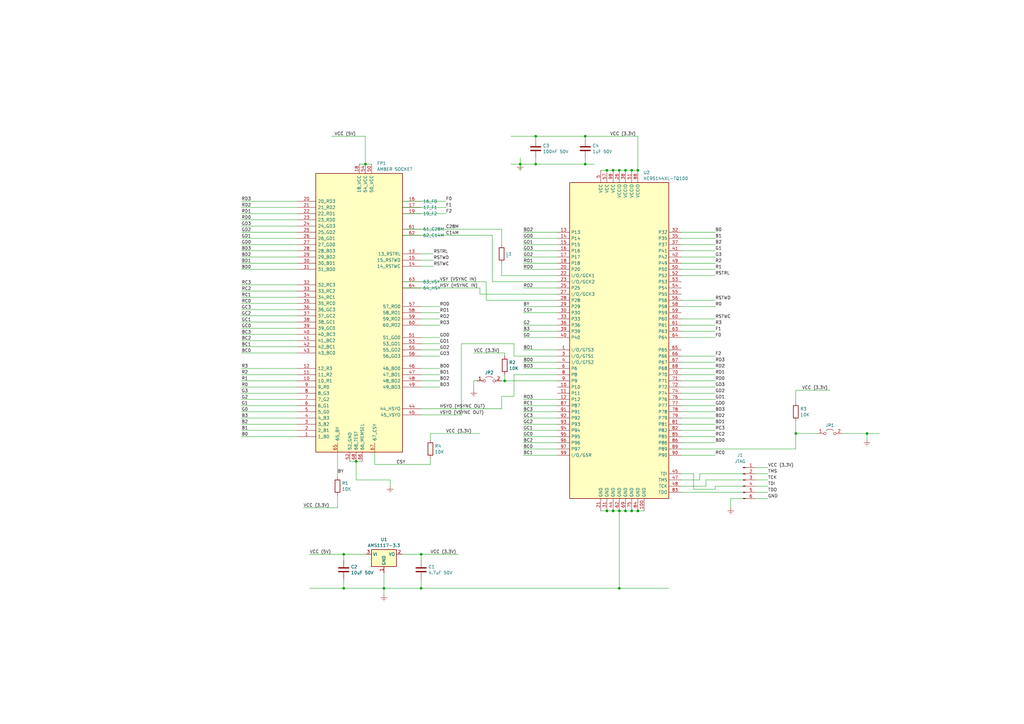
<source format=kicad_sch>
(kicad_sch (version 20230121) (generator eeschema)

  (uuid 47a55e12-937c-40c8-8efb-66970ce81ea8)

  (paper "A3")

  (title_block
    (title "Marine (Partial Schematics)")
    (date "01/09/2025")
    (rev "RC2")
  )

  (lib_symbols
    (symbol "Amiga:Amber" (pin_names (offset 0.762)) (in_bom yes) (on_board yes)
      (property "Reference" "U2" (at 7.2741 61.2943 0)
        (effects (font (size 1.27 1.27)) (justify left))
      )
      (property "Value" "AMBER" (at 7.2741 58.8701 0)
        (effects (font (size 1.27 1.27)) (justify left))
      )
      (property "Footprint" "Amiga:Amber" (at 0 0 0)
        (effects (font (size 1.27 1.27)) hide)
      )
      (property "Datasheet" "" (at 0 0 0)
        (effects (font (size 1.27 1.27)) hide)
      )
      (property "ki_keywords" "68000 Microprocessor CPU" (at 0 0 0)
        (effects (font (size 1.27 1.27)) hide)
      )
      (property "ki_description" "16/32-bit Microprocessor" (at 0 0 0)
        (effects (font (size 1.27 1.27)) hide)
      )
      (symbol "Amber_0_1"
        (rectangle (start -17.78 57.15) (end 17.78 -57.15)
          (stroke (width 0.254) (type default))
          (fill (type background))
        )
      )
      (symbol "Amber_1_1"
        (pin input line (at -25.4 -50.8 0) (length 7.62)
          (name "1_B0" (effects (font (size 1.27 1.27))))
          (number "1" (effects (font (size 1.27 1.27))))
        )
        (pin input line (at -25.4 -27.94 0) (length 7.62)
          (name "10_R1" (effects (font (size 1.27 1.27))))
          (number "10" (effects (font (size 1.27 1.27))))
        )
        (pin input line (at -25.4 -25.4 0) (length 7.62)
          (name "11_R2" (effects (font (size 1.27 1.27))))
          (number "11" (effects (font (size 1.27 1.27))))
        )
        (pin input line (at -25.4 -22.86 0) (length 7.62)
          (name "12_R3" (effects (font (size 1.27 1.27))))
          (number "12" (effects (font (size 1.27 1.27))))
        )
        (pin output line (at 25.4 24.13 180) (length 7.62)
          (name "13_RSTRL" (effects (font (size 1.27 1.27))))
          (number "13" (effects (font (size 1.27 1.27))))
        )
        (pin output line (at 25.4 19.05 180) (length 7.62)
          (name "14_RSTWC" (effects (font (size 1.27 1.27))))
          (number "14" (effects (font (size 1.27 1.27))))
        )
        (pin output line (at 25.4 21.59 180) (length 7.62)
          (name "15_RSTWD" (effects (font (size 1.27 1.27))))
          (number "15" (effects (font (size 1.27 1.27))))
        )
        (pin input line (at 17.78 45.72 0) (length 7.62)
          (name "16_F0" (effects (font (size 1.27 1.27))))
          (number "16" (effects (font (size 1.27 1.27))))
        )
        (pin input line (at 17.78 43.18 0) (length 7.62)
          (name "17_F1" (effects (font (size 1.27 1.27))))
          (number "17" (effects (font (size 1.27 1.27))))
        )
        (pin power_in line (at 0 60.96 270) (length 3.81)
          (name "18_VCC" (effects (font (size 1.27 1.27))))
          (number "18" (effects (font (size 1.27 1.27))))
        )
        (pin input line (at 17.78 40.64 0) (length 7.62)
          (name "19_F2" (effects (font (size 1.27 1.27))))
          (number "19" (effects (font (size 1.27 1.27))))
        )
        (pin input line (at -25.4 -48.26 0) (length 7.62)
          (name "2_B1" (effects (font (size 1.27 1.27))))
          (number "2" (effects (font (size 1.27 1.27))))
        )
        (pin input line (at -25.4 45.72 0) (length 7.62)
          (name "20_RD3" (effects (font (size 1.27 1.27))))
          (number "20" (effects (font (size 1.27 1.27))))
        )
        (pin input line (at -25.4 43.18 0) (length 7.62)
          (name "21_RD2" (effects (font (size 1.27 1.27))))
          (number "21" (effects (font (size 1.27 1.27))))
        )
        (pin input line (at -25.4 40.64 0) (length 7.62)
          (name "22_RD1" (effects (font (size 1.27 1.27))))
          (number "22" (effects (font (size 1.27 1.27))))
        )
        (pin input line (at -25.4 38.1 0) (length 7.62)
          (name "23_RD0" (effects (font (size 1.27 1.27))))
          (number "23" (effects (font (size 1.27 1.27))))
        )
        (pin input line (at -25.4 35.56 0) (length 7.62)
          (name "24_GD3" (effects (font (size 1.27 1.27))))
          (number "24" (effects (font (size 1.27 1.27))))
        )
        (pin input line (at -25.4 33.02 0) (length 7.62)
          (name "25_GD2" (effects (font (size 1.27 1.27))))
          (number "25" (effects (font (size 1.27 1.27))))
        )
        (pin input line (at -25.4 30.48 0) (length 7.62)
          (name "26_GD1" (effects (font (size 1.27 1.27))))
          (number "26" (effects (font (size 1.27 1.27))))
        )
        (pin input line (at -25.4 27.94 0) (length 7.62)
          (name "27_GD0" (effects (font (size 1.27 1.27))))
          (number "27" (effects (font (size 1.27 1.27))))
        )
        (pin input line (at -25.4 25.4 0) (length 7.62)
          (name "28_BD3" (effects (font (size 1.27 1.27))))
          (number "28" (effects (font (size 1.27 1.27))))
        )
        (pin input line (at -25.4 22.86 0) (length 7.62)
          (name "29_BD2" (effects (font (size 1.27 1.27))))
          (number "29" (effects (font (size 1.27 1.27))))
        )
        (pin input line (at -25.4 -45.72 0) (length 7.62)
          (name "3_B2" (effects (font (size 1.27 1.27))))
          (number "3" (effects (font (size 1.27 1.27))))
        )
        (pin input line (at -25.4 20.32 0) (length 7.62)
          (name "30_BD1" (effects (font (size 1.27 1.27))))
          (number "30" (effects (font (size 1.27 1.27))))
        )
        (pin input line (at -25.4 17.78 0) (length 7.62)
          (name "31_BD0" (effects (font (size 1.27 1.27))))
          (number "31" (effects (font (size 1.27 1.27))))
        )
        (pin input line (at -25.4 11.43 0) (length 7.62)
          (name "32_RC3" (effects (font (size 1.27 1.27))))
          (number "32" (effects (font (size 1.27 1.27))))
        )
        (pin input line (at -25.4 8.89 0) (length 7.62)
          (name "33_RC2" (effects (font (size 1.27 1.27))))
          (number "33" (effects (font (size 1.27 1.27))))
        )
        (pin input line (at -25.4 6.35 0) (length 7.62)
          (name "34_RC1" (effects (font (size 1.27 1.27))))
          (number "34" (effects (font (size 1.27 1.27))))
        )
        (pin input line (at -25.4 3.81 0) (length 7.62)
          (name "35_RC0" (effects (font (size 1.27 1.27))))
          (number "35" (effects (font (size 1.27 1.27))))
        )
        (pin input line (at -25.4 1.27 0) (length 7.62)
          (name "36_GC3" (effects (font (size 1.27 1.27))))
          (number "36" (effects (font (size 1.27 1.27))))
        )
        (pin input line (at -25.4 -1.27 0) (length 7.62)
          (name "37_GC2" (effects (font (size 1.27 1.27))))
          (number "37" (effects (font (size 1.27 1.27))))
        )
        (pin input line (at -25.4 -3.81 0) (length 7.62)
          (name "38_GC1" (effects (font (size 1.27 1.27))))
          (number "38" (effects (font (size 1.27 1.27))))
        )
        (pin input line (at -25.4 -6.35 0) (length 7.62)
          (name "39_GC0" (effects (font (size 1.27 1.27))))
          (number "39" (effects (font (size 1.27 1.27))))
        )
        (pin input line (at -25.4 -43.18 0) (length 7.62)
          (name "4_B3" (effects (font (size 1.27 1.27))))
          (number "4" (effects (font (size 1.27 1.27))))
        )
        (pin input line (at -25.4 -8.89 0) (length 7.62)
          (name "40_BC3" (effects (font (size 1.27 1.27))))
          (number "40" (effects (font (size 1.27 1.27))))
        )
        (pin input line (at -25.4 -11.43 0) (length 7.62)
          (name "41_BC2" (effects (font (size 1.27 1.27))))
          (number "41" (effects (font (size 1.27 1.27))))
        )
        (pin input line (at -25.4 -13.97 0) (length 7.62)
          (name "42_BC1" (effects (font (size 1.27 1.27))))
          (number "42" (effects (font (size 1.27 1.27))))
        )
        (pin input line (at -25.4 -16.51 0) (length 7.62)
          (name "43_BC0" (effects (font (size 1.27 1.27))))
          (number "43" (effects (font (size 1.27 1.27))))
        )
        (pin output line (at 25.4 -39.37 180) (length 7.62)
          (name "44_HSYO" (effects (font (size 1.27 1.27))))
          (number "44" (effects (font (size 1.27 1.27))))
        )
        (pin output line (at 25.4 -41.91 180) (length 7.62)
          (name "45_VSYO" (effects (font (size 1.27 1.27))))
          (number "45" (effects (font (size 1.27 1.27))))
        )
        (pin output line (at 25.4 -22.86 180) (length 7.62)
          (name "46_BO0" (effects (font (size 1.27 1.27))))
          (number "46" (effects (font (size 1.27 1.27))))
        )
        (pin output line (at 25.4 -25.4 180) (length 7.62)
          (name "47_BO1" (effects (font (size 1.27 1.27))))
          (number "47" (effects (font (size 1.27 1.27))))
        )
        (pin output line (at 25.4 -27.94 180) (length 7.62)
          (name "48_BO2" (effects (font (size 1.27 1.27))))
          (number "48" (effects (font (size 1.27 1.27))))
        )
        (pin output line (at 25.4 -30.48 180) (length 7.62)
          (name "49_BO3" (effects (font (size 1.27 1.27))))
          (number "49" (effects (font (size 1.27 1.27))))
        )
        (pin input line (at -25.4 -40.64 0) (length 7.62)
          (name "5_G0" (effects (font (size 1.27 1.27))))
          (number "5" (effects (font (size 1.27 1.27))))
        )
        (pin power_in line (at 5.08 60.96 270) (length 3.81)
          (name "50_VCC" (effects (font (size 1.27 1.27))))
          (number "50" (effects (font (size 1.27 1.27))))
        )
        (pin output line (at 25.4 -10.16 180) (length 7.62)
          (name "51_GO0" (effects (font (size 1.27 1.27))))
          (number "51" (effects (font (size 1.27 1.27))))
        )
        (pin power_in line (at -3.81 -60.96 90) (length 3.81)
          (name "52_GND" (effects (font (size 1.27 1.27))))
          (number "52" (effects (font (size 1.27 1.27))))
        )
        (pin output line (at 25.4 -12.7 180) (length 7.62)
          (name "53_GO1" (effects (font (size 1.27 1.27))))
          (number "53" (effects (font (size 1.27 1.27))))
        )
        (pin power_in line (at 2.54 60.96 270) (length 3.81)
          (name "54_VCC" (effects (font (size 1.27 1.27))))
          (number "54" (effects (font (size 1.27 1.27))))
        )
        (pin output line (at 25.4 -15.24 180) (length 7.62)
          (name "55_GO2" (effects (font (size 1.27 1.27))))
          (number "55" (effects (font (size 1.27 1.27))))
        )
        (pin output line (at 25.4 -17.78 180) (length 7.62)
          (name "56_GO3" (effects (font (size 1.27 1.27))))
          (number "56" (effects (font (size 1.27 1.27))))
        )
        (pin output line (at 25.4 2.54 180) (length 7.62)
          (name "57_RO0" (effects (font (size 1.27 1.27))))
          (number "57" (effects (font (size 1.27 1.27))))
        )
        (pin output line (at 25.4 0 180) (length 7.62)
          (name "58_RO1" (effects (font (size 1.27 1.27))))
          (number "58" (effects (font (size 1.27 1.27))))
        )
        (pin output line (at 25.4 -2.54 180) (length 7.62)
          (name "59_RO2" (effects (font (size 1.27 1.27))))
          (number "59" (effects (font (size 1.27 1.27))))
        )
        (pin input line (at -25.4 -38.1 0) (length 7.62)
          (name "6_G1" (effects (font (size 1.27 1.27))))
          (number "6" (effects (font (size 1.27 1.27))))
        )
        (pin output line (at 25.4 -5.08 180) (length 7.62)
          (name "60_RO2" (effects (font (size 1.27 1.27))))
          (number "60" (effects (font (size 1.27 1.27))))
        )
        (pin input line (at 17.78 34.29 0) (length 7.62)
          (name "61_C28M" (effects (font (size 1.27 1.27))))
          (number "61" (effects (font (size 1.27 1.27))))
        )
        (pin input line (at 17.78 31.75 0) (length 7.62)
          (name "62_C14M" (effects (font (size 1.27 1.27))))
          (number "62" (effects (font (size 1.27 1.27))))
        )
        (pin input line (at 17.78 12.7 0) (length 7.62)
          (name "63_VSY" (effects (font (size 1.27 1.27))))
          (number "63" (effects (font (size 1.27 1.27))))
        )
        (pin input line (at 17.78 10.16 0) (length 7.62)
          (name "64_HSY" (effects (font (size 1.27 1.27))))
          (number "64" (effects (font (size 1.27 1.27))))
        )
        (pin power_in line (at -8.89 -57.15 90) (length 3.81)
          (name "65_BY" (effects (font (size 1.27 1.27))))
          (number "65" (effects (font (size 1.27 1.27))))
        )
        (pin power_in line (at 1.27 -60.96 90) (length 3.81)
          (name "66_MEMSEL" (effects (font (size 1.27 1.27))))
          (number "66" (effects (font (size 1.27 1.27))))
        )
        (pin input line (at 6.35 -57.15 90) (length 3.81)
          (name "67_CSY" (effects (font (size 1.27 1.27))))
          (number "67" (effects (font (size 1.27 1.27))))
        )
        (pin power_in line (at -1.27 -60.96 90) (length 3.81)
          (name "68_TEST" (effects (font (size 1.27 1.27))))
          (number "68" (effects (font (size 1.27 1.27))))
        )
        (pin input line (at -25.4 -35.56 0) (length 7.62)
          (name "7_G2" (effects (font (size 1.27 1.27))))
          (number "7" (effects (font (size 1.27 1.27))))
        )
        (pin input line (at -25.4 -33.02 0) (length 7.62)
          (name "8_G3" (effects (font (size 1.27 1.27))))
          (number "8" (effects (font (size 1.27 1.27))))
        )
        (pin input line (at -25.4 -30.48 0) (length 7.62)
          (name "9_R0" (effects (font (size 1.27 1.27))))
          (number "9" (effects (font (size 1.27 1.27))))
        )
      )
    )
    (symbol "CPLD_Xilinx:XC9572XL-TQ100" (in_bom yes) (on_board yes)
      (property "Reference" "U" (at -20.32 64.77 0)
        (effects (font (size 1.27 1.27)))
      )
      (property "Value" "XC9572XL-TQ100" (at -20.32 -67.31 0)
        (effects (font (size 1.27 1.27)))
      )
      (property "Footprint" "Package_QFP:TQFP-100_14x14mm_P0.5mm" (at 0 0 0)
        (effects (font (size 1.27 1.27)) hide)
      )
      (property "Datasheet" "http://www.xilinx.com/support/documentation/data_sheets/ds057.pdf" (at 0 0 0)
        (effects (font (size 1.27 1.27)) hide)
      )
      (property "ki_keywords" "CPLD" (at 0 0 0)
        (effects (font (size 1.27 1.27)) hide)
      )
      (property "ki_description" "CPLD, 72 Macrocells, 1600 Usable Gates" (at 0 0 0)
        (effects (font (size 1.27 1.27)) hide)
      )
      (property "ki_fp_filters" "TQFP*14x14mm*P0.5mm*" (at 0 0 0)
        (effects (font (size 1.27 1.27)) hide)
      )
      (symbol "XC9572XL-TQ100_1_1"
        (rectangle (start -20.32 63.5) (end 20.32 -66.04)
          (stroke (width 0.254) (type default))
          (fill (type background))
        )
        (pin bidirectional line (at -25.4 -5.08 0) (length 5.08)
          (name "I/O/GTS3" (effects (font (size 1.27 1.27))))
          (number "1" (effects (font (size 1.27 1.27))))
        )
        (pin bidirectional line (at -25.4 -20.32 0) (length 5.08)
          (name "P10" (effects (font (size 1.27 1.27))))
          (number "10" (effects (font (size 1.27 1.27))))
        )
        (pin power_in line (at 10.16 -71.12 90) (length 5.08)
          (name "GND" (effects (font (size 1.27 1.27))))
          (number "100" (effects (font (size 1.27 1.27))))
        )
        (pin bidirectional line (at -25.4 -22.86 0) (length 5.08)
          (name "P11" (effects (font (size 1.27 1.27))))
          (number "11" (effects (font (size 1.27 1.27))))
        )
        (pin bidirectional line (at -25.4 -25.4 0) (length 5.08)
          (name "P12" (effects (font (size 1.27 1.27))))
          (number "12" (effects (font (size 1.27 1.27))))
        )
        (pin bidirectional line (at -25.4 43.18 0) (length 5.08)
          (name "P13" (effects (font (size 1.27 1.27))))
          (number "13" (effects (font (size 1.27 1.27))))
        )
        (pin bidirectional line (at -25.4 40.64 0) (length 5.08)
          (name "P14" (effects (font (size 1.27 1.27))))
          (number "14" (effects (font (size 1.27 1.27))))
        )
        (pin bidirectional line (at -25.4 38.1 0) (length 5.08)
          (name "P15" (effects (font (size 1.27 1.27))))
          (number "15" (effects (font (size 1.27 1.27))))
        )
        (pin bidirectional line (at -25.4 35.56 0) (length 5.08)
          (name "P16" (effects (font (size 1.27 1.27))))
          (number "16" (effects (font (size 1.27 1.27))))
        )
        (pin bidirectional line (at -25.4 33.02 0) (length 5.08)
          (name "P17" (effects (font (size 1.27 1.27))))
          (number "17" (effects (font (size 1.27 1.27))))
        )
        (pin bidirectional line (at -25.4 30.48 0) (length 5.08)
          (name "P18" (effects (font (size 1.27 1.27))))
          (number "18" (effects (font (size 1.27 1.27))))
        )
        (pin no_connect line (at -20.32 55.88 0) (length 0) hide
          (name "NC" (effects (font (size 1.27 1.27))))
          (number "19" (effects (font (size 1.27 1.27))))
        )
        (pin no_connect line (at -20.32 60.96 0) (length 0) hide
          (name "NC" (effects (font (size 1.27 1.27))))
          (number "2" (effects (font (size 1.27 1.27))))
        )
        (pin bidirectional line (at -25.4 27.94 0) (length 5.08)
          (name "P20" (effects (font (size 1.27 1.27))))
          (number "20" (effects (font (size 1.27 1.27))))
        )
        (pin power_in line (at -7.62 -71.12 90) (length 5.08)
          (name "GND" (effects (font (size 1.27 1.27))))
          (number "21" (effects (font (size 1.27 1.27))))
        )
        (pin bidirectional line (at -25.4 25.4 0) (length 5.08)
          (name "I/O/GCK1" (effects (font (size 1.27 1.27))))
          (number "22" (effects (font (size 1.27 1.27))))
        )
        (pin bidirectional line (at -25.4 22.86 0) (length 5.08)
          (name "I/O/GCK2" (effects (font (size 1.27 1.27))))
          (number "23" (effects (font (size 1.27 1.27))))
        )
        (pin no_connect line (at -20.32 53.34 0) (length 0) hide
          (name "NC" (effects (font (size 1.27 1.27))))
          (number "24" (effects (font (size 1.27 1.27))))
        )
        (pin bidirectional line (at -25.4 20.32 0) (length 5.08)
          (name "P25" (effects (font (size 1.27 1.27))))
          (number "25" (effects (font (size 1.27 1.27))))
        )
        (pin power_in line (at 0 68.58 270) (length 5.08)
          (name "VCCIO" (effects (font (size 1.27 1.27))))
          (number "26" (effects (font (size 1.27 1.27))))
        )
        (pin bidirectional line (at -25.4 17.78 0) (length 5.08)
          (name "I/O/GCK3" (effects (font (size 1.27 1.27))))
          (number "27" (effects (font (size 1.27 1.27))))
        )
        (pin bidirectional line (at -25.4 15.24 0) (length 5.08)
          (name "P28" (effects (font (size 1.27 1.27))))
          (number "28" (effects (font (size 1.27 1.27))))
        )
        (pin bidirectional line (at -25.4 12.7 0) (length 5.08)
          (name "P29" (effects (font (size 1.27 1.27))))
          (number "29" (effects (font (size 1.27 1.27))))
        )
        (pin bidirectional line (at -25.4 -7.62 0) (length 5.08)
          (name "I/O/GTS1" (effects (font (size 1.27 1.27))))
          (number "3" (effects (font (size 1.27 1.27))))
        )
        (pin bidirectional line (at -25.4 10.16 0) (length 5.08)
          (name "P30" (effects (font (size 1.27 1.27))))
          (number "30" (effects (font (size 1.27 1.27))))
        )
        (pin power_in line (at -5.08 -71.12 90) (length 5.08)
          (name "GND" (effects (font (size 1.27 1.27))))
          (number "31" (effects (font (size 1.27 1.27))))
        )
        (pin bidirectional line (at 25.4 43.18 180) (length 5.08)
          (name "P32" (effects (font (size 1.27 1.27))))
          (number "32" (effects (font (size 1.27 1.27))))
        )
        (pin bidirectional line (at -25.4 7.62 0) (length 5.08)
          (name "P33" (effects (font (size 1.27 1.27))))
          (number "33" (effects (font (size 1.27 1.27))))
        )
        (pin no_connect line (at -20.32 50.8 0) (length 0) hide
          (name "NC" (effects (font (size 1.27 1.27))))
          (number "34" (effects (font (size 1.27 1.27))))
        )
        (pin bidirectional line (at 25.4 40.64 180) (length 5.08)
          (name "P35" (effects (font (size 1.27 1.27))))
          (number "35" (effects (font (size 1.27 1.27))))
        )
        (pin bidirectional line (at -25.4 5.08 0) (length 5.08)
          (name "P36" (effects (font (size 1.27 1.27))))
          (number "36" (effects (font (size 1.27 1.27))))
        )
        (pin bidirectional line (at 25.4 38.1 180) (length 5.08)
          (name "P37" (effects (font (size 1.27 1.27))))
          (number "37" (effects (font (size 1.27 1.27))))
        )
        (pin power_in line (at 2.54 68.58 270) (length 5.08)
          (name "VCCIO" (effects (font (size 1.27 1.27))))
          (number "38" (effects (font (size 1.27 1.27))))
        )
        (pin bidirectional line (at -25.4 2.54 0) (length 5.08)
          (name "P39" (effects (font (size 1.27 1.27))))
          (number "39" (effects (font (size 1.27 1.27))))
        )
        (pin bidirectional line (at -25.4 -10.16 0) (length 5.08)
          (name "I/O/GTS2" (effects (font (size 1.27 1.27))))
          (number "4" (effects (font (size 1.27 1.27))))
        )
        (pin bidirectional line (at -25.4 0 0) (length 5.08)
          (name "P40" (effects (font (size 1.27 1.27))))
          (number "40" (effects (font (size 1.27 1.27))))
        )
        (pin bidirectional line (at 25.4 35.56 180) (length 5.08)
          (name "P41" (effects (font (size 1.27 1.27))))
          (number "41" (effects (font (size 1.27 1.27))))
        )
        (pin bidirectional line (at 25.4 33.02 180) (length 5.08)
          (name "P42" (effects (font (size 1.27 1.27))))
          (number "42" (effects (font (size 1.27 1.27))))
        )
        (pin no_connect line (at -20.32 48.26 0) (length 0) hide
          (name "NC" (effects (font (size 1.27 1.27))))
          (number "43" (effects (font (size 1.27 1.27))))
        )
        (pin power_in line (at -2.54 -71.12 90) (length 5.08)
          (name "GND" (effects (font (size 1.27 1.27))))
          (number "44" (effects (font (size 1.27 1.27))))
        )
        (pin input line (at 25.4 -55.88 180) (length 5.08)
          (name "TDI" (effects (font (size 1.27 1.27))))
          (number "45" (effects (font (size 1.27 1.27))))
        )
        (pin no_connect line (at 20.32 60.96 180) (length 0) hide
          (name "NC" (effects (font (size 1.27 1.27))))
          (number "46" (effects (font (size 1.27 1.27))))
        )
        (pin input line (at 25.4 -58.42 180) (length 5.08)
          (name "TMS" (effects (font (size 1.27 1.27))))
          (number "47" (effects (font (size 1.27 1.27))))
        )
        (pin input line (at 25.4 -60.96 180) (length 5.08)
          (name "TCK" (effects (font (size 1.27 1.27))))
          (number "48" (effects (font (size 1.27 1.27))))
        )
        (pin bidirectional line (at 25.4 30.48 180) (length 5.08)
          (name "P49" (effects (font (size 1.27 1.27))))
          (number "49" (effects (font (size 1.27 1.27))))
        )
        (pin power_in line (at -7.62 68.58 270) (length 5.08)
          (name "VCC" (effects (font (size 1.27 1.27))))
          (number "5" (effects (font (size 1.27 1.27))))
        )
        (pin bidirectional line (at 25.4 27.94 180) (length 5.08)
          (name "P50" (effects (font (size 1.27 1.27))))
          (number "50" (effects (font (size 1.27 1.27))))
        )
        (pin power_in line (at 5.08 68.58 270) (length 5.08)
          (name "VCCIO" (effects (font (size 1.27 1.27))))
          (number "51" (effects (font (size 1.27 1.27))))
        )
        (pin bidirectional line (at 25.4 25.4 180) (length 5.08)
          (name "P52" (effects (font (size 1.27 1.27))))
          (number "52" (effects (font (size 1.27 1.27))))
        )
        (pin bidirectional line (at 25.4 22.86 180) (length 5.08)
          (name "P53" (effects (font (size 1.27 1.27))))
          (number "53" (effects (font (size 1.27 1.27))))
        )
        (pin bidirectional line (at 25.4 20.32 180) (length 5.08)
          (name "P54" (effects (font (size 1.27 1.27))))
          (number "54" (effects (font (size 1.27 1.27))))
        )
        (pin bidirectional line (at 25.4 17.78 180) (length 5.08)
          (name "P55" (effects (font (size 1.27 1.27))))
          (number "55" (effects (font (size 1.27 1.27))))
        )
        (pin bidirectional line (at 25.4 15.24 180) (length 5.08)
          (name "P56" (effects (font (size 1.27 1.27))))
          (number "56" (effects (font (size 1.27 1.27))))
        )
        (pin power_in line (at -5.08 68.58 270) (length 5.08)
          (name "VCC" (effects (font (size 1.27 1.27))))
          (number "57" (effects (font (size 1.27 1.27))))
        )
        (pin bidirectional line (at 25.4 12.7 180) (length 5.08)
          (name "P58" (effects (font (size 1.27 1.27))))
          (number "58" (effects (font (size 1.27 1.27))))
        )
        (pin bidirectional line (at 25.4 10.16 180) (length 5.08)
          (name "P59" (effects (font (size 1.27 1.27))))
          (number "59" (effects (font (size 1.27 1.27))))
        )
        (pin bidirectional line (at -25.4 -12.7 0) (length 5.08)
          (name "P6" (effects (font (size 1.27 1.27))))
          (number "6" (effects (font (size 1.27 1.27))))
        )
        (pin bidirectional line (at 25.4 7.62 180) (length 5.08)
          (name "P60" (effects (font (size 1.27 1.27))))
          (number "60" (effects (font (size 1.27 1.27))))
        )
        (pin bidirectional line (at 25.4 5.08 180) (length 5.08)
          (name "P61" (effects (font (size 1.27 1.27))))
          (number "61" (effects (font (size 1.27 1.27))))
        )
        (pin power_in line (at 0 -71.12 90) (length 5.08)
          (name "GND" (effects (font (size 1.27 1.27))))
          (number "62" (effects (font (size 1.27 1.27))))
        )
        (pin bidirectional line (at 25.4 2.54 180) (length 5.08)
          (name "P63" (effects (font (size 1.27 1.27))))
          (number "63" (effects (font (size 1.27 1.27))))
        )
        (pin bidirectional line (at 25.4 0 180) (length 5.08)
          (name "P64" (effects (font (size 1.27 1.27))))
          (number "64" (effects (font (size 1.27 1.27))))
        )
        (pin bidirectional line (at 25.4 -5.08 180) (length 5.08)
          (name "P65" (effects (font (size 1.27 1.27))))
          (number "65" (effects (font (size 1.27 1.27))))
        )
        (pin bidirectional line (at 25.4 -7.62 180) (length 5.08)
          (name "P66" (effects (font (size 1.27 1.27))))
          (number "66" (effects (font (size 1.27 1.27))))
        )
        (pin bidirectional line (at 25.4 -10.16 180) (length 5.08)
          (name "P67" (effects (font (size 1.27 1.27))))
          (number "67" (effects (font (size 1.27 1.27))))
        )
        (pin bidirectional line (at 25.4 -12.7 180) (length 5.08)
          (name "P68" (effects (font (size 1.27 1.27))))
          (number "68" (effects (font (size 1.27 1.27))))
        )
        (pin power_in line (at 2.54 -71.12 90) (length 5.08)
          (name "GND" (effects (font (size 1.27 1.27))))
          (number "69" (effects (font (size 1.27 1.27))))
        )
        (pin no_connect line (at -20.32 58.42 0) (length 0) hide
          (name "NC" (effects (font (size 1.27 1.27))))
          (number "7" (effects (font (size 1.27 1.27))))
        )
        (pin bidirectional line (at 25.4 -15.24 180) (length 5.08)
          (name "P70" (effects (font (size 1.27 1.27))))
          (number "70" (effects (font (size 1.27 1.27))))
        )
        (pin bidirectional line (at 25.4 -17.78 180) (length 5.08)
          (name "P71" (effects (font (size 1.27 1.27))))
          (number "71" (effects (font (size 1.27 1.27))))
        )
        (pin bidirectional line (at 25.4 -20.32 180) (length 5.08)
          (name "P72" (effects (font (size 1.27 1.27))))
          (number "72" (effects (font (size 1.27 1.27))))
        )
        (pin no_connect line (at 20.32 58.42 180) (length 0) hide
          (name "NC" (effects (font (size 1.27 1.27))))
          (number "73" (effects (font (size 1.27 1.27))))
        )
        (pin bidirectional line (at 25.4 -22.86 180) (length 5.08)
          (name "P74" (effects (font (size 1.27 1.27))))
          (number "74" (effects (font (size 1.27 1.27))))
        )
        (pin power_in line (at 5.08 -71.12 90) (length 5.08)
          (name "GND" (effects (font (size 1.27 1.27))))
          (number "75" (effects (font (size 1.27 1.27))))
        )
        (pin bidirectional line (at 25.4 -25.4 180) (length 5.08)
          (name "P76" (effects (font (size 1.27 1.27))))
          (number "76" (effects (font (size 1.27 1.27))))
        )
        (pin bidirectional line (at 25.4 -27.94 180) (length 5.08)
          (name "P77" (effects (font (size 1.27 1.27))))
          (number "77" (effects (font (size 1.27 1.27))))
        )
        (pin bidirectional line (at 25.4 -30.48 180) (length 5.08)
          (name "P78" (effects (font (size 1.27 1.27))))
          (number "78" (effects (font (size 1.27 1.27))))
        )
        (pin bidirectional line (at 25.4 -33.02 180) (length 5.08)
          (name "P79" (effects (font (size 1.27 1.27))))
          (number "79" (effects (font (size 1.27 1.27))))
        )
        (pin bidirectional line (at -25.4 -15.24 0) (length 5.08)
          (name "P8" (effects (font (size 1.27 1.27))))
          (number "8" (effects (font (size 1.27 1.27))))
        )
        (pin no_connect line (at 20.32 55.88 180) (length 0) hide
          (name "NC" (effects (font (size 1.27 1.27))))
          (number "80" (effects (font (size 1.27 1.27))))
        )
        (pin bidirectional line (at 25.4 -35.56 180) (length 5.08)
          (name "P81" (effects (font (size 1.27 1.27))))
          (number "81" (effects (font (size 1.27 1.27))))
        )
        (pin bidirectional line (at 25.4 -38.1 180) (length 5.08)
          (name "P82" (effects (font (size 1.27 1.27))))
          (number "82" (effects (font (size 1.27 1.27))))
        )
        (pin output line (at 25.4 -63.5 180) (length 5.08)
          (name "TDO" (effects (font (size 1.27 1.27))))
          (number "83" (effects (font (size 1.27 1.27))))
        )
        (pin power_in line (at 7.62 -71.12 90) (length 5.08)
          (name "GND" (effects (font (size 1.27 1.27))))
          (number "84" (effects (font (size 1.27 1.27))))
        )
        (pin bidirectional line (at 25.4 -40.64 180) (length 5.08)
          (name "P85" (effects (font (size 1.27 1.27))))
          (number "85" (effects (font (size 1.27 1.27))))
        )
        (pin bidirectional line (at 25.4 -43.18 180) (length 5.08)
          (name "P86" (effects (font (size 1.27 1.27))))
          (number "86" (effects (font (size 1.27 1.27))))
        )
        (pin bidirectional line (at -25.4 -27.94 0) (length 5.08)
          (name "P87" (effects (font (size 1.27 1.27))))
          (number "87" (effects (font (size 1.27 1.27))))
        )
        (pin power_in line (at 7.62 68.58 270) (length 5.08)
          (name "VCCIO" (effects (font (size 1.27 1.27))))
          (number "88" (effects (font (size 1.27 1.27))))
        )
        (pin bidirectional line (at 25.4 -45.72 180) (length 5.08)
          (name "P89" (effects (font (size 1.27 1.27))))
          (number "89" (effects (font (size 1.27 1.27))))
        )
        (pin bidirectional line (at -25.4 -17.78 0) (length 5.08)
          (name "P9" (effects (font (size 1.27 1.27))))
          (number "9" (effects (font (size 1.27 1.27))))
        )
        (pin bidirectional line (at 25.4 -48.26 180) (length 5.08)
          (name "P90" (effects (font (size 1.27 1.27))))
          (number "90" (effects (font (size 1.27 1.27))))
        )
        (pin bidirectional line (at -25.4 -30.48 0) (length 5.08)
          (name "P91" (effects (font (size 1.27 1.27))))
          (number "91" (effects (font (size 1.27 1.27))))
        )
        (pin bidirectional line (at -25.4 -33.02 0) (length 5.08)
          (name "P92" (effects (font (size 1.27 1.27))))
          (number "92" (effects (font (size 1.27 1.27))))
        )
        (pin bidirectional line (at -25.4 -35.56 0) (length 5.08)
          (name "P93" (effects (font (size 1.27 1.27))))
          (number "93" (effects (font (size 1.27 1.27))))
        )
        (pin bidirectional line (at -25.4 -38.1 0) (length 5.08)
          (name "P94" (effects (font (size 1.27 1.27))))
          (number "94" (effects (font (size 1.27 1.27))))
        )
        (pin bidirectional line (at -25.4 -40.64 0) (length 5.08)
          (name "P95" (effects (font (size 1.27 1.27))))
          (number "95" (effects (font (size 1.27 1.27))))
        )
        (pin bidirectional line (at -25.4 -43.18 0) (length 5.08)
          (name "P96" (effects (font (size 1.27 1.27))))
          (number "96" (effects (font (size 1.27 1.27))))
        )
        (pin bidirectional line (at -25.4 -45.72 0) (length 5.08)
          (name "P97" (effects (font (size 1.27 1.27))))
          (number "97" (effects (font (size 1.27 1.27))))
        )
        (pin power_in line (at -2.54 68.58 270) (length 5.08)
          (name "VCC" (effects (font (size 1.27 1.27))))
          (number "98" (effects (font (size 1.27 1.27))))
        )
        (pin bidirectional line (at -25.4 -48.26 0) (length 5.08)
          (name "I/O/GSR" (effects (font (size 1.27 1.27))))
          (number "99" (effects (font (size 1.27 1.27))))
        )
      )
    )
    (symbol "Connector:Conn_01x06_Pin" (pin_names (offset 1.016) hide) (in_bom yes) (on_board yes)
      (property "Reference" "J" (at 0 7.62 0)
        (effects (font (size 1.27 1.27)))
      )
      (property "Value" "Conn_01x06_Pin" (at 0 -10.16 0)
        (effects (font (size 1.27 1.27)))
      )
      (property "Footprint" "" (at 0 0 0)
        (effects (font (size 1.27 1.27)) hide)
      )
      (property "Datasheet" "~" (at 0 0 0)
        (effects (font (size 1.27 1.27)) hide)
      )
      (property "ki_locked" "" (at 0 0 0)
        (effects (font (size 1.27 1.27)))
      )
      (property "ki_keywords" "connector" (at 0 0 0)
        (effects (font (size 1.27 1.27)) hide)
      )
      (property "ki_description" "Generic connector, single row, 01x06, script generated" (at 0 0 0)
        (effects (font (size 1.27 1.27)) hide)
      )
      (property "ki_fp_filters" "Connector*:*_1x??_*" (at 0 0 0)
        (effects (font (size 1.27 1.27)) hide)
      )
      (symbol "Conn_01x06_Pin_1_1"
        (polyline
          (pts
            (xy 1.27 -7.62)
            (xy 0.8636 -7.62)
          )
          (stroke (width 0.1524) (type default))
          (fill (type none))
        )
        (polyline
          (pts
            (xy 1.27 -5.08)
            (xy 0.8636 -5.08)
          )
          (stroke (width 0.1524) (type default))
          (fill (type none))
        )
        (polyline
          (pts
            (xy 1.27 -2.54)
            (xy 0.8636 -2.54)
          )
          (stroke (width 0.1524) (type default))
          (fill (type none))
        )
        (polyline
          (pts
            (xy 1.27 0)
            (xy 0.8636 0)
          )
          (stroke (width 0.1524) (type default))
          (fill (type none))
        )
        (polyline
          (pts
            (xy 1.27 2.54)
            (xy 0.8636 2.54)
          )
          (stroke (width 0.1524) (type default))
          (fill (type none))
        )
        (polyline
          (pts
            (xy 1.27 5.08)
            (xy 0.8636 5.08)
          )
          (stroke (width 0.1524) (type default))
          (fill (type none))
        )
        (rectangle (start 0.8636 -7.493) (end 0 -7.747)
          (stroke (width 0.1524) (type default))
          (fill (type outline))
        )
        (rectangle (start 0.8636 -4.953) (end 0 -5.207)
          (stroke (width 0.1524) (type default))
          (fill (type outline))
        )
        (rectangle (start 0.8636 -2.413) (end 0 -2.667)
          (stroke (width 0.1524) (type default))
          (fill (type outline))
        )
        (rectangle (start 0.8636 0.127) (end 0 -0.127)
          (stroke (width 0.1524) (type default))
          (fill (type outline))
        )
        (rectangle (start 0.8636 2.667) (end 0 2.413)
          (stroke (width 0.1524) (type default))
          (fill (type outline))
        )
        (rectangle (start 0.8636 5.207) (end 0 4.953)
          (stroke (width 0.1524) (type default))
          (fill (type outline))
        )
        (pin passive line (at 5.08 5.08 180) (length 3.81)
          (name "Pin_1" (effects (font (size 1.27 1.27))))
          (number "1" (effects (font (size 1.27 1.27))))
        )
        (pin passive line (at 5.08 2.54 180) (length 3.81)
          (name "Pin_2" (effects (font (size 1.27 1.27))))
          (number "2" (effects (font (size 1.27 1.27))))
        )
        (pin passive line (at 5.08 0 180) (length 3.81)
          (name "Pin_3" (effects (font (size 1.27 1.27))))
          (number "3" (effects (font (size 1.27 1.27))))
        )
        (pin passive line (at 5.08 -2.54 180) (length 3.81)
          (name "Pin_4" (effects (font (size 1.27 1.27))))
          (number "4" (effects (font (size 1.27 1.27))))
        )
        (pin passive line (at 5.08 -5.08 180) (length 3.81)
          (name "Pin_5" (effects (font (size 1.27 1.27))))
          (number "5" (effects (font (size 1.27 1.27))))
        )
        (pin passive line (at 5.08 -7.62 180) (length 3.81)
          (name "Pin_6" (effects (font (size 1.27 1.27))))
          (number "6" (effects (font (size 1.27 1.27))))
        )
      )
    )
    (symbol "Device:C" (pin_numbers hide) (pin_names (offset 0.254)) (in_bom yes) (on_board yes)
      (property "Reference" "C" (at 0.635 2.54 0)
        (effects (font (size 1.27 1.27)) (justify left))
      )
      (property "Value" "C" (at 0.635 -2.54 0)
        (effects (font (size 1.27 1.27)) (justify left))
      )
      (property "Footprint" "" (at 0.9652 -3.81 0)
        (effects (font (size 1.27 1.27)) hide)
      )
      (property "Datasheet" "~" (at 0 0 0)
        (effects (font (size 1.27 1.27)) hide)
      )
      (property "ki_keywords" "cap capacitor" (at 0 0 0)
        (effects (font (size 1.27 1.27)) hide)
      )
      (property "ki_description" "Unpolarized capacitor" (at 0 0 0)
        (effects (font (size 1.27 1.27)) hide)
      )
      (property "ki_fp_filters" "C_*" (at 0 0 0)
        (effects (font (size 1.27 1.27)) hide)
      )
      (symbol "C_0_1"
        (polyline
          (pts
            (xy -2.032 -0.762)
            (xy 2.032 -0.762)
          )
          (stroke (width 0.508) (type default))
          (fill (type none))
        )
        (polyline
          (pts
            (xy -2.032 0.762)
            (xy 2.032 0.762)
          )
          (stroke (width 0.508) (type default))
          (fill (type none))
        )
      )
      (symbol "C_1_1"
        (pin passive line (at 0 3.81 270) (length 2.794)
          (name "~" (effects (font (size 1.27 1.27))))
          (number "1" (effects (font (size 1.27 1.27))))
        )
        (pin passive line (at 0 -3.81 90) (length 2.794)
          (name "~" (effects (font (size 1.27 1.27))))
          (number "2" (effects (font (size 1.27 1.27))))
        )
      )
    )
    (symbol "Device:R" (pin_numbers hide) (pin_names (offset 0)) (in_bom yes) (on_board yes)
      (property "Reference" "R" (at 2.032 0 90)
        (effects (font (size 1.27 1.27)))
      )
      (property "Value" "R" (at 0 0 90)
        (effects (font (size 1.27 1.27)))
      )
      (property "Footprint" "" (at -1.778 0 90)
        (effects (font (size 1.27 1.27)) hide)
      )
      (property "Datasheet" "~" (at 0 0 0)
        (effects (font (size 1.27 1.27)) hide)
      )
      (property "ki_keywords" "R res resistor" (at 0 0 0)
        (effects (font (size 1.27 1.27)) hide)
      )
      (property "ki_description" "Resistor" (at 0 0 0)
        (effects (font (size 1.27 1.27)) hide)
      )
      (property "ki_fp_filters" "R_*" (at 0 0 0)
        (effects (font (size 1.27 1.27)) hide)
      )
      (symbol "R_0_1"
        (rectangle (start -1.016 -2.54) (end 1.016 2.54)
          (stroke (width 0.254) (type default))
          (fill (type none))
        )
      )
      (symbol "R_1_1"
        (pin passive line (at 0 3.81 270) (length 1.27)
          (name "~" (effects (font (size 1.27 1.27))))
          (number "1" (effects (font (size 1.27 1.27))))
        )
        (pin passive line (at 0 -3.81 90) (length 1.27)
          (name "~" (effects (font (size 1.27 1.27))))
          (number "2" (effects (font (size 1.27 1.27))))
        )
      )
    )
    (symbol "Jumper:Jumper_2_Open" (pin_names (offset 0) hide) (in_bom yes) (on_board yes)
      (property "Reference" "JP" (at 0 2.794 0)
        (effects (font (size 1.27 1.27)))
      )
      (property "Value" "Jumper_2_Open" (at 0 -2.286 0)
        (effects (font (size 1.27 1.27)))
      )
      (property "Footprint" "" (at 0 0 0)
        (effects (font (size 1.27 1.27)) hide)
      )
      (property "Datasheet" "~" (at 0 0 0)
        (effects (font (size 1.27 1.27)) hide)
      )
      (property "ki_keywords" "Jumper SPST" (at 0 0 0)
        (effects (font (size 1.27 1.27)) hide)
      )
      (property "ki_description" "Jumper, 2-pole, open" (at 0 0 0)
        (effects (font (size 1.27 1.27)) hide)
      )
      (property "ki_fp_filters" "Jumper* TestPoint*2Pads* TestPoint*Bridge*" (at 0 0 0)
        (effects (font (size 1.27 1.27)) hide)
      )
      (symbol "Jumper_2_Open_0_0"
        (circle (center -2.032 0) (radius 0.508)
          (stroke (width 0) (type default))
          (fill (type none))
        )
        (circle (center 2.032 0) (radius 0.508)
          (stroke (width 0) (type default))
          (fill (type none))
        )
      )
      (symbol "Jumper_2_Open_0_1"
        (arc (start 1.524 1.27) (mid 0 1.778) (end -1.524 1.27)
          (stroke (width 0) (type default))
          (fill (type none))
        )
      )
      (symbol "Jumper_2_Open_1_1"
        (pin passive line (at -5.08 0 0) (length 2.54)
          (name "A" (effects (font (size 1.27 1.27))))
          (number "1" (effects (font (size 1.27 1.27))))
        )
        (pin passive line (at 5.08 0 180) (length 2.54)
          (name "B" (effects (font (size 1.27 1.27))))
          (number "2" (effects (font (size 1.27 1.27))))
        )
      )
    )
    (symbol "Regulator_Linear:AMS1117-3.3" (in_bom yes) (on_board yes)
      (property "Reference" "U" (at -3.81 3.175 0)
        (effects (font (size 1.27 1.27)))
      )
      (property "Value" "AMS1117-3.3" (at 0 3.175 0)
        (effects (font (size 1.27 1.27)) (justify left))
      )
      (property "Footprint" "Package_TO_SOT_SMD:SOT-223-3_TabPin2" (at 0 5.08 0)
        (effects (font (size 1.27 1.27)) hide)
      )
      (property "Datasheet" "http://www.advanced-monolithic.com/pdf/ds1117.pdf" (at 2.54 -6.35 0)
        (effects (font (size 1.27 1.27)) hide)
      )
      (property "ki_keywords" "linear regulator ldo fixed positive" (at 0 0 0)
        (effects (font (size 1.27 1.27)) hide)
      )
      (property "ki_description" "1A Low Dropout regulator, positive, 3.3V fixed output, SOT-223" (at 0 0 0)
        (effects (font (size 1.27 1.27)) hide)
      )
      (property "ki_fp_filters" "SOT?223*TabPin2*" (at 0 0 0)
        (effects (font (size 1.27 1.27)) hide)
      )
      (symbol "AMS1117-3.3_0_1"
        (rectangle (start -5.08 -5.08) (end 5.08 1.905)
          (stroke (width 0.254) (type default))
          (fill (type background))
        )
      )
      (symbol "AMS1117-3.3_1_1"
        (pin power_in line (at 0 -7.62 90) (length 2.54)
          (name "GND" (effects (font (size 1.27 1.27))))
          (number "1" (effects (font (size 1.27 1.27))))
        )
        (pin power_out line (at 7.62 0 180) (length 2.54)
          (name "VO" (effects (font (size 1.27 1.27))))
          (number "2" (effects (font (size 1.27 1.27))))
        )
        (pin power_in line (at -7.62 0 0) (length 2.54)
          (name "VI" (effects (font (size 1.27 1.27))))
          (number "3" (effects (font (size 1.27 1.27))))
        )
      )
    )
    (symbol "power:Earth" (power) (pin_names (offset 0)) (in_bom yes) (on_board yes)
      (property "Reference" "#PWR" (at 0 -6.35 0)
        (effects (font (size 1.27 1.27)) hide)
      )
      (property "Value" "Earth" (at 0 -3.81 0)
        (effects (font (size 1.27 1.27)) hide)
      )
      (property "Footprint" "" (at 0 0 0)
        (effects (font (size 1.27 1.27)) hide)
      )
      (property "Datasheet" "~" (at 0 0 0)
        (effects (font (size 1.27 1.27)) hide)
      )
      (property "ki_keywords" "global ground gnd" (at 0 0 0)
        (effects (font (size 1.27 1.27)) hide)
      )
      (property "ki_description" "Power symbol creates a global label with name \"Earth\"" (at 0 0 0)
        (effects (font (size 1.27 1.27)) hide)
      )
      (symbol "Earth_0_1"
        (polyline
          (pts
            (xy -0.635 -1.905)
            (xy 0.635 -1.905)
          )
          (stroke (width 0) (type default))
          (fill (type none))
        )
        (polyline
          (pts
            (xy -0.127 -2.54)
            (xy 0.127 -2.54)
          )
          (stroke (width 0) (type default))
          (fill (type none))
        )
        (polyline
          (pts
            (xy 0 -1.27)
            (xy 0 0)
          )
          (stroke (width 0) (type default))
          (fill (type none))
        )
        (polyline
          (pts
            (xy 1.27 -1.27)
            (xy -1.27 -1.27)
          )
          (stroke (width 0) (type default))
          (fill (type none))
        )
      )
      (symbol "Earth_1_1"
        (pin power_in line (at 0 0 270) (length 0) hide
          (name "Earth" (effects (font (size 1.27 1.27))))
          (number "1" (effects (font (size 1.27 1.27))))
        )
      )
    )
  )

  (junction (at 256.54 69.85) (diameter 0) (color 0 0 0 0)
    (uuid 03479a0b-02b0-464c-884a-05231f3f6d18)
  )
  (junction (at 248.92 209.55) (diameter 0) (color 0 0 0 0)
    (uuid 0b41b704-12e2-417f-a97f-911052fcf883)
  )
  (junction (at 326.39 177.8) (diameter 0) (color 0 0 0 0)
    (uuid 0c3461f3-283e-4404-88da-08ce1b0bcf98)
  )
  (junction (at 149.86 67.31) (diameter 0) (color 0 0 0 0)
    (uuid 1e867efb-1136-4102-8397-b54c0c03efc7)
  )
  (junction (at 254 241.3) (diameter 0) (color 0 0 0 0)
    (uuid 1f27926a-0b6e-4028-9283-2a5cb0b82247)
  )
  (junction (at 140.97 227.33) (diameter 0) (color 0 0 0 0)
    (uuid 24468051-9e6f-481c-b56b-c0bd813a5ee9)
  )
  (junction (at 259.08 69.85) (diameter 0) (color 0 0 0 0)
    (uuid 3d12e542-e676-4209-98be-e52fd8cb8364)
  )
  (junction (at 172.72 241.3) (diameter 0) (color 0 0 0 0)
    (uuid 4b10c17c-34f2-4b38-a50b-251eedb7a768)
  )
  (junction (at 219.71 55.88) (diameter 0) (color 0 0 0 0)
    (uuid 52a6b6bb-7c93-42d3-adaa-e761283049e9)
  )
  (junction (at 256.54 209.55) (diameter 0) (color 0 0 0 0)
    (uuid 532b8fc6-c3dd-462c-baf5-09ce79a3f49c)
  )
  (junction (at 261.62 69.85) (diameter 0) (color 0 0 0 0)
    (uuid 5ba5345e-2e1e-4b82-ac04-92aad2742436)
  )
  (junction (at 207.01 156.21) (diameter 0) (color 0 0 0 0)
    (uuid 64eaea4a-4e95-41fc-a35e-3575e062284e)
  )
  (junction (at 259.08 209.55) (diameter 0) (color 0 0 0 0)
    (uuid 885e2b02-4a46-420a-9c25-385f1ba818a4)
  )
  (junction (at 254 209.55) (diameter 0) (color 0 0 0 0)
    (uuid 89cbe293-f145-478a-9473-df45d0cd6775)
  )
  (junction (at 251.46 69.85) (diameter 0) (color 0 0 0 0)
    (uuid 91a9dd6b-df1c-46a7-aef5-5b6a96c1153f)
  )
  (junction (at 254 69.85) (diameter 0) (color 0 0 0 0)
    (uuid 9259cc0b-fafb-42b3-a4e3-44f673dbc467)
  )
  (junction (at 213.36 67.31) (diameter 0) (color 0 0 0 0)
    (uuid a5738d95-9c0a-4180-85af-23a7f3edea05)
  )
  (junction (at 355.6 177.8) (diameter 0) (color 0 0 0 0)
    (uuid add3ffb5-f020-4f57-96fd-b993be129ba7)
  )
  (junction (at 240.03 55.88) (diameter 0) (color 0 0 0 0)
    (uuid b377bc47-f355-414c-aed3-2ee100d80647)
  )
  (junction (at 251.46 209.55) (diameter 0) (color 0 0 0 0)
    (uuid bb7dc581-f3a5-47b6-9497-e0677636c34a)
  )
  (junction (at 219.71 67.31) (diameter 0) (color 0 0 0 0)
    (uuid c09614b1-ec3f-4cd3-9898-21abdfe65a28)
  )
  (junction (at 172.72 227.33) (diameter 0) (color 0 0 0 0)
    (uuid cb8ab391-0f65-414c-9e04-5d3568ef2520)
  )
  (junction (at 240.03 67.31) (diameter 0) (color 0 0 0 0)
    (uuid d246dbdf-95eb-44dd-8ac3-d22c813d8a09)
  )
  (junction (at 157.48 241.3) (diameter 0) (color 0 0 0 0)
    (uuid d4204876-dd36-437b-8432-9bc61eb29de1)
  )
  (junction (at 261.62 209.55) (diameter 0) (color 0 0 0 0)
    (uuid dfc92c2a-1ecc-43a9-893e-c2c763d11eb5)
  )
  (junction (at 248.92 69.85) (diameter 0) (color 0 0 0 0)
    (uuid e2e131b5-bcfe-46a8-b39a-3a05cb11fb3c)
  )
  (junction (at 140.97 241.3) (diameter 0) (color 0 0 0 0)
    (uuid f1180f2e-6c99-407a-ad6c-b55d741b9f02)
  )
  (junction (at 146.05 189.23) (diameter 0) (color 0 0 0 0)
    (uuid f6c0167e-d2e9-462b-96cc-42c81a9d2ebc)
  )

  (wire (pts (xy 99.06 92.71) (xy 121.92 92.71))
    (stroke (width 0) (type default))
    (uuid 0142d7b7-7d82-4eb5-9b28-8deb6e470ab4)
  )
  (wire (pts (xy 214.63 163.83) (xy 228.6 163.83))
    (stroke (width 0) (type default))
    (uuid 021f60a7-9103-48a5-857b-fac36eec8ecb)
  )
  (wire (pts (xy 99.06 132.08) (xy 121.92 132.08))
    (stroke (width 0) (type default))
    (uuid 03891c37-f315-4491-a172-9085ce7f4632)
  )
  (wire (pts (xy 205.74 156.21) (xy 207.01 156.21))
    (stroke (width 0) (type default))
    (uuid 03a7c745-8c75-45b4-9d24-d37d57fb45c2)
  )
  (wire (pts (xy 153.67 185.42) (xy 153.67 190.5))
    (stroke (width 0) (type default))
    (uuid 0432b53a-54be-471d-b0e7-0fa6ee639e9a)
  )
  (wire (pts (xy 210.82 153.67) (xy 210.82 162.56))
    (stroke (width 0) (type default))
    (uuid 04bf6b83-c1ce-4398-aa00-a9452198f88e)
  )
  (wire (pts (xy 172.72 167.64) (xy 205.74 167.64))
    (stroke (width 0) (type default))
    (uuid 086e7a5d-15d1-455e-a044-a3c9e17737d6)
  )
  (wire (pts (xy 279.4 130.81) (xy 293.37 130.81))
    (stroke (width 0) (type default))
    (uuid 089074bb-e069-4e85-80e7-79458bafd25e)
  )
  (wire (pts (xy 254 209.55) (xy 256.54 209.55))
    (stroke (width 0) (type default))
    (uuid 0a8099b5-276a-4228-9a43-0f4e5f9cd88b)
  )
  (wire (pts (xy 209.55 55.88) (xy 219.71 55.88))
    (stroke (width 0) (type default))
    (uuid 0ad1d76f-b8f4-49b3-95ce-bdd4807bec1c)
  )
  (wire (pts (xy 248.92 69.85) (xy 251.46 69.85))
    (stroke (width 0) (type default))
    (uuid 0b4c8013-4076-4a03-83f2-5c248b2412d7)
  )
  (wire (pts (xy 172.72 237.49) (xy 172.72 241.3))
    (stroke (width 0) (type default))
    (uuid 0b6195f1-cb3c-449a-9e29-759c0837f727)
  )
  (wire (pts (xy 172.72 109.22) (xy 177.8 109.22))
    (stroke (width 0) (type default))
    (uuid 0ca717be-33ab-4fcc-9ea6-f4ffa41a0f55)
  )
  (wire (pts (xy 279.4 168.91) (xy 293.37 168.91))
    (stroke (width 0) (type default))
    (uuid 0d33ea82-25d9-498e-972b-27a47c26c0aa)
  )
  (wire (pts (xy 214.63 173.99) (xy 228.6 173.99))
    (stroke (width 0) (type default))
    (uuid 0f38fa0d-52d9-4635-a380-8b8edbcb8c63)
  )
  (wire (pts (xy 251.46 69.85) (xy 254 69.85))
    (stroke (width 0) (type default))
    (uuid 10695bc1-77f3-4c12-b98f-307c614a6520)
  )
  (wire (pts (xy 165.1 85.09) (xy 182.88 85.09))
    (stroke (width 0) (type default))
    (uuid 10fcaf1b-6f17-4b73-af7f-8dde4d5a615a)
  )
  (wire (pts (xy 140.97 227.33) (xy 149.86 227.33))
    (stroke (width 0) (type default))
    (uuid 14bcf67f-b8dc-4f86-a096-4146990cd7ef)
  )
  (wire (pts (xy 279.4 135.89) (xy 293.37 135.89))
    (stroke (width 0) (type default))
    (uuid 155d6db3-84d7-4017-88ec-8b846def9558)
  )
  (wire (pts (xy 299.72 204.47) (xy 299.72 208.28))
    (stroke (width 0) (type default))
    (uuid 175e6857-e5f0-4ecc-b68c-f02acc0d39ac)
  )
  (wire (pts (xy 279.4 151.13) (xy 293.37 151.13))
    (stroke (width 0) (type default))
    (uuid 17c10e23-b320-4fbc-8a52-d9932328555d)
  )
  (wire (pts (xy 172.72 156.21) (xy 180.34 156.21))
    (stroke (width 0) (type default))
    (uuid 1a1988f8-5a6a-433b-8b1a-46f398f9f5a9)
  )
  (wire (pts (xy 240.03 57.15) (xy 240.03 55.88))
    (stroke (width 0) (type default))
    (uuid 1af45e1d-e37d-445d-a623-90b78f7ce500)
  )
  (wire (pts (xy 99.06 127) (xy 121.92 127))
    (stroke (width 0) (type default))
    (uuid 1cc7936b-800e-499e-8cb2-bac5177d5aa1)
  )
  (wire (pts (xy 214.63 181.61) (xy 228.6 181.61))
    (stroke (width 0) (type default))
    (uuid 1ce62bfb-fc59-44a1-94cc-a8e0c1ab329e)
  )
  (wire (pts (xy 165.1 87.63) (xy 182.88 87.63))
    (stroke (width 0) (type default))
    (uuid 1d6ec505-76eb-4fad-8f4b-547675b75479)
  )
  (wire (pts (xy 172.72 128.27) (xy 180.34 128.27))
    (stroke (width 0) (type default))
    (uuid 1de5596a-7c6c-4455-96eb-ef86b879d203)
  )
  (wire (pts (xy 214.63 102.87) (xy 228.6 102.87))
    (stroke (width 0) (type default))
    (uuid 1ece1513-7e0f-41ad-ad44-6f59b634605e)
  )
  (wire (pts (xy 210.82 146.05) (xy 210.82 140.97))
    (stroke (width 0) (type default))
    (uuid 1ee92d19-4caf-4ed8-8c79-a5cc1ebc5620)
  )
  (wire (pts (xy 99.06 158.75) (xy 121.92 158.75))
    (stroke (width 0) (type default))
    (uuid 1f8eae89-aa79-4da1-9a11-3f25eb4bd834)
  )
  (wire (pts (xy 176.53 187.96) (xy 176.53 190.5))
    (stroke (width 0) (type default))
    (uuid 20581e2f-da1d-4097-96a8-7997e4a8aa34)
  )
  (wire (pts (xy 127 227.33) (xy 140.97 227.33))
    (stroke (width 0) (type default))
    (uuid 2165ce3c-3e5a-41d6-a962-a70fcb87a280)
  )
  (wire (pts (xy 279.4 186.69) (xy 293.37 186.69))
    (stroke (width 0) (type default))
    (uuid 2168f1c3-bac6-48f8-8028-9dd4db47dd77)
  )
  (wire (pts (xy 293.37 200.66) (xy 284.48 200.66))
    (stroke (width 0) (type default))
    (uuid 21ef3e17-4276-4472-aa10-4937230b7afa)
  )
  (wire (pts (xy 254 69.85) (xy 256.54 69.85))
    (stroke (width 0) (type default))
    (uuid 26240b40-c9b6-4e58-b7c1-f38dc03403b5)
  )
  (wire (pts (xy 99.06 85.09) (xy 121.92 85.09))
    (stroke (width 0) (type default))
    (uuid 2745de2e-5282-4544-b49a-c20f25a9c8a0)
  )
  (wire (pts (xy 124.46 208.28) (xy 138.43 208.28))
    (stroke (width 0) (type default))
    (uuid 274744f1-6f9a-4a49-9a37-f197ad9cdaab)
  )
  (wire (pts (xy 146.05 196.85) (xy 160.02 196.85))
    (stroke (width 0) (type default))
    (uuid 287a4cff-2d3d-4f86-b6bf-03a5f2491e7f)
  )
  (wire (pts (xy 99.06 102.87) (xy 121.92 102.87))
    (stroke (width 0) (type default))
    (uuid 288136a3-1221-4681-8002-7e068b9d67a9)
  )
  (wire (pts (xy 172.72 227.33) (xy 172.72 229.87))
    (stroke (width 0) (type default))
    (uuid 2ab9a7ff-c1e0-4b6e-bac2-8b88919873bf)
  )
  (wire (pts (xy 309.88 199.39) (xy 314.96 199.39))
    (stroke (width 0) (type default))
    (uuid 2c31b58b-0302-46c2-bd12-ff988559f343)
  )
  (wire (pts (xy 99.06 161.29) (xy 121.92 161.29))
    (stroke (width 0) (type default))
    (uuid 2ef62b68-d2c1-4742-9901-e2ea3d2bddd3)
  )
  (wire (pts (xy 261.62 55.88) (xy 261.62 69.85))
    (stroke (width 0) (type default))
    (uuid 2f57ceb0-8a6c-4b2b-9b9b-25b792092b2b)
  )
  (wire (pts (xy 213.36 67.31) (xy 213.36 69.85))
    (stroke (width 0) (type default))
    (uuid 2fa43275-d6ec-44be-b7b7-5307f4cc2d3d)
  )
  (wire (pts (xy 279.4 176.53) (xy 293.37 176.53))
    (stroke (width 0) (type default))
    (uuid 2fd6f733-1f13-4837-8d5e-e393d272d793)
  )
  (wire (pts (xy 140.97 227.33) (xy 140.97 229.87))
    (stroke (width 0) (type default))
    (uuid 31231f6a-0deb-47b8-b7b9-abdfcc216d1c)
  )
  (wire (pts (xy 251.46 209.55) (xy 254 209.55))
    (stroke (width 0) (type default))
    (uuid 348759e6-5ffd-4504-8a65-33771e1f2651)
  )
  (wire (pts (xy 246.38 69.85) (xy 248.92 69.85))
    (stroke (width 0) (type default))
    (uuid 34e8e0d2-fcfa-40c7-8287-b27fb121dc95)
  )
  (wire (pts (xy 214.63 105.41) (xy 228.6 105.41))
    (stroke (width 0) (type default))
    (uuid 36c7cff1-ff3f-431d-b173-e5531de9fa21)
  )
  (wire (pts (xy 157.48 241.3) (xy 172.72 241.3))
    (stroke (width 0) (type default))
    (uuid 371ff456-b3d9-408a-918d-2547019be4d4)
  )
  (wire (pts (xy 147.32 67.31) (xy 149.86 67.31))
    (stroke (width 0) (type default))
    (uuid 3a892dad-80be-420a-9f0e-ae9335fae8d6)
  )
  (wire (pts (xy 279.4 171.45) (xy 293.37 171.45))
    (stroke (width 0) (type default))
    (uuid 3b3e1c8a-0355-497d-ac20-0d41f6fc9255)
  )
  (wire (pts (xy 214.63 186.69) (xy 228.6 186.69))
    (stroke (width 0) (type default))
    (uuid 3d096cfe-cd4b-43ee-b388-7c6eb44c95f7)
  )
  (wire (pts (xy 355.6 177.8) (xy 360.68 177.8))
    (stroke (width 0) (type default))
    (uuid 3f9b639d-1d09-4f4e-9707-201a2510ef73)
  )
  (wire (pts (xy 172.72 140.97) (xy 180.34 140.97))
    (stroke (width 0) (type default))
    (uuid 3f9fa6a9-5dcf-49a0-8d95-5612706f08d8)
  )
  (wire (pts (xy 165.1 96.52) (xy 201.93 96.52))
    (stroke (width 0) (type default))
    (uuid 4456b761-b758-4539-a319-52cef8672367)
  )
  (wire (pts (xy 121.92 100.33) (xy 99.06 100.33))
    (stroke (width 0) (type default))
    (uuid 44a88fe9-435c-4b98-9616-3aa5a2c2e5fa)
  )
  (wire (pts (xy 99.06 176.53) (xy 121.92 176.53))
    (stroke (width 0) (type default))
    (uuid 44c3673d-e886-4a9a-b78b-f27ab20c5d96)
  )
  (wire (pts (xy 209.55 67.31) (xy 213.36 67.31))
    (stroke (width 0) (type default))
    (uuid 45f518af-2630-4937-b2e6-d643ad6e596d)
  )
  (wire (pts (xy 299.72 204.47) (xy 304.8 204.47))
    (stroke (width 0) (type default))
    (uuid 468caca2-51b0-435c-b4c3-8c78c40cdb2d)
  )
  (wire (pts (xy 99.06 119.38) (xy 121.92 119.38))
    (stroke (width 0) (type default))
    (uuid 46943a73-4a14-4df3-b104-62c20a449ce0)
  )
  (wire (pts (xy 279.4 123.19) (xy 293.37 123.19))
    (stroke (width 0) (type default))
    (uuid 46e15759-289b-48b5-9fcc-1f12131a19e0)
  )
  (wire (pts (xy 279.4 102.87) (xy 293.37 102.87))
    (stroke (width 0) (type default))
    (uuid 47624b0e-f497-425a-adc8-bd687474b7ac)
  )
  (wire (pts (xy 279.4 100.33) (xy 293.37 100.33))
    (stroke (width 0) (type default))
    (uuid 48f9af74-bb98-43fa-b368-88dc9ec71ca7)
  )
  (wire (pts (xy 194.31 156.21) (xy 194.31 160.02))
    (stroke (width 0) (type default))
    (uuid 4b613869-c5cf-46bc-871c-68441c5acfa2)
  )
  (wire (pts (xy 326.39 172.72) (xy 326.39 177.8))
    (stroke (width 0) (type default))
    (uuid 4b71d378-0f42-46ef-ab98-27c572c7a8dd)
  )
  (wire (pts (xy 172.72 125.73) (xy 180.34 125.73))
    (stroke (width 0) (type default))
    (uuid 4c254233-a0b1-4b2d-ae19-0bd9b99d9be5)
  )
  (wire (pts (xy 99.06 107.95) (xy 121.92 107.95))
    (stroke (width 0) (type default))
    (uuid 4c8c4987-408e-40f8-bae7-f4bd6d9575fa)
  )
  (wire (pts (xy 326.39 160.02) (xy 326.39 165.1))
    (stroke (width 0) (type default))
    (uuid 4cb49a64-3145-46cf-8e89-6f08c0b6f107)
  )
  (wire (pts (xy 172.72 151.13) (xy 180.34 151.13))
    (stroke (width 0) (type default))
    (uuid 4d2aac55-c97a-4dc7-8a4d-2b06f5c28c72)
  )
  (wire (pts (xy 160.02 196.85) (xy 160.02 199.39))
    (stroke (width 0) (type default))
    (uuid 50b81f08-6513-401b-b8be-12c53d4f2047)
  )
  (wire (pts (xy 172.72 241.3) (xy 254 241.3))
    (stroke (width 0) (type default))
    (uuid 51f31601-4f62-4d20-868b-8d30e6537998)
  )
  (wire (pts (xy 261.62 209.55) (xy 264.16 209.55))
    (stroke (width 0) (type default))
    (uuid 5220bb8b-4541-4ef0-befe-741bfc3814bf)
  )
  (wire (pts (xy 279.4 97.79) (xy 293.37 97.79))
    (stroke (width 0) (type default))
    (uuid 52b27acd-6b57-4c07-bae5-a4ecea319570)
  )
  (wire (pts (xy 279.4 146.05) (xy 293.37 146.05))
    (stroke (width 0) (type default))
    (uuid 52bf1448-55e0-4d27-a0f7-54cdd8779f3f)
  )
  (wire (pts (xy 99.06 110.49) (xy 121.92 110.49))
    (stroke (width 0) (type default))
    (uuid 52ee366d-525e-45f2-a3bb-0491e3028c1a)
  )
  (wire (pts (xy 127 241.3) (xy 140.97 241.3))
    (stroke (width 0) (type default))
    (uuid 576eb513-0b37-4179-a12d-777c7315f73c)
  )
  (wire (pts (xy 345.44 177.8) (xy 355.6 177.8))
    (stroke (width 0) (type default))
    (uuid 57b170d2-15f4-49bc-b6bd-68d87b942f33)
  )
  (wire (pts (xy 157.48 234.95) (xy 157.48 241.3))
    (stroke (width 0) (type default))
    (uuid 5a8afa16-f2ad-4e29-b982-a7268c586489)
  )
  (wire (pts (xy 194.31 144.78) (xy 207.01 144.78))
    (stroke (width 0) (type default))
    (uuid 5d73cab7-a769-413d-a41f-1d3c01028a5b)
  )
  (wire (pts (xy 279.4 125.73) (xy 293.37 125.73))
    (stroke (width 0) (type default))
    (uuid 5e2bb52b-b5cc-44c4-ac51-ef6ebed92739)
  )
  (wire (pts (xy 205.74 113.03) (xy 228.6 113.03))
    (stroke (width 0) (type default))
    (uuid 6090ae8f-4b17-4538-aabe-4c650ca9f33b)
  )
  (wire (pts (xy 99.06 137.16) (xy 121.92 137.16))
    (stroke (width 0) (type default))
    (uuid 609fc873-eef8-456c-8e23-14f9c472816c)
  )
  (wire (pts (xy 189.23 140.97) (xy 189.23 170.18))
    (stroke (width 0) (type default))
    (uuid 60c21645-3394-40c4-826d-6c43308fd19a)
  )
  (wire (pts (xy 259.08 69.85) (xy 261.62 69.85))
    (stroke (width 0) (type default))
    (uuid 61183ebd-c32e-406f-b48a-e6c90f0d937e)
  )
  (wire (pts (xy 172.72 106.68) (xy 177.8 106.68))
    (stroke (width 0) (type default))
    (uuid 6270a525-a695-4920-89f8-020509db6cfa)
  )
  (wire (pts (xy 279.4 163.83) (xy 293.37 163.83))
    (stroke (width 0) (type default))
    (uuid 630e3c7e-7f0e-46dd-ac1b-2f9e789cac06)
  )
  (wire (pts (xy 99.06 163.83) (xy 121.92 163.83))
    (stroke (width 0) (type default))
    (uuid 639585a9-284e-4bf0-91f2-18e57b1fd96e)
  )
  (wire (pts (xy 153.67 190.5) (xy 176.53 190.5))
    (stroke (width 0) (type default))
    (uuid 646731e9-b9a2-4f0d-9822-e313f5fb515c)
  )
  (wire (pts (xy 214.63 125.73) (xy 228.6 125.73))
    (stroke (width 0) (type default))
    (uuid 65b47780-673e-4a1c-8779-f091796a44ee)
  )
  (wire (pts (xy 248.92 209.55) (xy 251.46 209.55))
    (stroke (width 0) (type default))
    (uuid 67801471-58d2-443f-8681-fc7ea0d50ef1)
  )
  (wire (pts (xy 279.4 133.35) (xy 293.37 133.35))
    (stroke (width 0) (type default))
    (uuid 679615b5-afce-4a04-bf4d-abb546300152)
  )
  (wire (pts (xy 172.72 146.05) (xy 180.34 146.05))
    (stroke (width 0) (type default))
    (uuid 6806c821-2fd7-4576-9c5a-977e4e50f4f3)
  )
  (wire (pts (xy 254 241.3) (xy 274.32 241.3))
    (stroke (width 0) (type default))
    (uuid 68a766b2-86fa-44ec-ba06-7db8dcf8b63b)
  )
  (wire (pts (xy 138.43 203.2) (xy 138.43 208.28))
    (stroke (width 0) (type default))
    (uuid 69770610-9856-4ced-a99a-512d4d025e67)
  )
  (wire (pts (xy 214.63 110.49) (xy 228.6 110.49))
    (stroke (width 0) (type default))
    (uuid 69d896b0-482c-4435-a84f-d0ed1d0b03eb)
  )
  (wire (pts (xy 279.4 181.61) (xy 293.37 181.61))
    (stroke (width 0) (type default))
    (uuid 6a581c1e-e11c-43d9-8c6e-5715514d012a)
  )
  (wire (pts (xy 99.06 97.79) (xy 121.92 97.79))
    (stroke (width 0) (type default))
    (uuid 6d947f6e-bd4c-4de5-a09b-b6d063f51506)
  )
  (wire (pts (xy 287.02 194.31) (xy 304.8 194.31))
    (stroke (width 0) (type default))
    (uuid 6e3b5968-665f-427a-9dd9-dacfc9370278)
  )
  (wire (pts (xy 279.4 166.37) (xy 293.37 166.37))
    (stroke (width 0) (type default))
    (uuid 6e554342-fdab-4ff8-bea9-aafb60e1eb3a)
  )
  (wire (pts (xy 189.23 140.97) (xy 210.82 140.97))
    (stroke (width 0) (type default))
    (uuid 6e5c95ce-bde0-4400-a444-ec7f14100bee)
  )
  (wire (pts (xy 149.86 67.31) (xy 152.4 67.31))
    (stroke (width 0) (type default))
    (uuid 70468f3e-089e-4714-9934-93635bef0de0)
  )
  (wire (pts (xy 172.72 143.51) (xy 180.34 143.51))
    (stroke (width 0) (type default))
    (uuid 71fdf7b9-33fb-4c69-afe4-288e0132741a)
  )
  (wire (pts (xy 165.1 82.55) (xy 182.88 82.55))
    (stroke (width 0) (type default))
    (uuid 72ccc2af-e644-49ed-be33-97d42948ccc7)
  )
  (wire (pts (xy 214.63 135.89) (xy 228.6 135.89))
    (stroke (width 0) (type default))
    (uuid 72f561b5-7464-4e34-baed-68e6ff369f83)
  )
  (wire (pts (xy 99.06 173.99) (xy 121.92 173.99))
    (stroke (width 0) (type default))
    (uuid 74f46441-c100-420a-9d16-0a78695e1250)
  )
  (wire (pts (xy 214.63 151.13) (xy 228.6 151.13))
    (stroke (width 0) (type default))
    (uuid 7a9aea4a-be31-471a-a7f3-37f10d1dea2c)
  )
  (wire (pts (xy 240.03 67.31) (xy 243.84 67.31))
    (stroke (width 0) (type default))
    (uuid 7bb8114d-84a3-46fa-9f1d-b9f4124fcbb0)
  )
  (wire (pts (xy 228.6 120.65) (xy 196.85 120.65))
    (stroke (width 0) (type default))
    (uuid 7bc205eb-1199-4912-8dd8-ed9ee5f52649)
  )
  (wire (pts (xy 214.63 97.79) (xy 228.6 97.79))
    (stroke (width 0) (type default))
    (uuid 7c8ff2d4-a1b8-409f-8bbb-57c7e5dd835c)
  )
  (wire (pts (xy 256.54 209.55) (xy 259.08 209.55))
    (stroke (width 0) (type default))
    (uuid 7cf34385-2b91-4982-9bb1-3a8c5a0d275f)
  )
  (wire (pts (xy 279.4 161.29) (xy 293.37 161.29))
    (stroke (width 0) (type default))
    (uuid 7d859faa-b447-4621-ae8c-471c129173e8)
  )
  (wire (pts (xy 205.74 162.56) (xy 205.74 167.64))
    (stroke (width 0) (type default))
    (uuid 7ddaaae6-6440-4a80-8c34-b340ba0da915)
  )
  (wire (pts (xy 279.4 156.21) (xy 293.37 156.21))
    (stroke (width 0) (type default))
    (uuid 7e598ff8-d73f-4d33-b1f9-85fdd1985065)
  )
  (wire (pts (xy 214.63 184.15) (xy 228.6 184.15))
    (stroke (width 0) (type default))
    (uuid 7e8d6536-4b02-43bd-8859-fca3000712f2)
  )
  (wire (pts (xy 157.48 241.3) (xy 157.48 243.84))
    (stroke (width 0) (type default))
    (uuid 7fcfd6f3-03ed-4557-97de-20ff6fe9bc57)
  )
  (wire (pts (xy 214.63 171.45) (xy 228.6 171.45))
    (stroke (width 0) (type default))
    (uuid 80263cae-c79b-47a0-830b-bb4f32a48dbf)
  )
  (wire (pts (xy 279.4 105.41) (xy 293.37 105.41))
    (stroke (width 0) (type default))
    (uuid 81aa2445-7b76-4c58-9502-4a25eb39eebe)
  )
  (wire (pts (xy 196.85 120.65) (xy 196.85 118.11))
    (stroke (width 0) (type default))
    (uuid 8376e295-5778-4380-9de0-46b4d5791cc4)
  )
  (wire (pts (xy 279.4 148.59) (xy 293.37 148.59))
    (stroke (width 0) (type default))
    (uuid 8522edcb-63ed-41f9-a95f-c60b5a3e5318)
  )
  (wire (pts (xy 214.63 100.33) (xy 228.6 100.33))
    (stroke (width 0) (type default))
    (uuid 88729140-8393-40f6-b2d5-33b1ad6db1d0)
  )
  (wire (pts (xy 246.38 209.55) (xy 248.92 209.55))
    (stroke (width 0) (type default))
    (uuid 89f7593d-28b2-43bc-b605-629efcbda51c)
  )
  (wire (pts (xy 254 209.55) (xy 254 241.3))
    (stroke (width 0) (type default))
    (uuid 8a608f40-0b04-4bb6-94de-b45050ca5221)
  )
  (wire (pts (xy 99.06 95.25) (xy 121.92 95.25))
    (stroke (width 0) (type default))
    (uuid 8b3173e5-e969-40cf-869a-cf7d34f0411d)
  )
  (wire (pts (xy 99.06 134.62) (xy 121.92 134.62))
    (stroke (width 0) (type default))
    (uuid 90d97b8c-efa1-4b29-8405-04511f4849e5)
  )
  (wire (pts (xy 146.05 189.23) (xy 146.05 196.85))
    (stroke (width 0) (type default))
    (uuid 90f76227-4d37-4fad-a3a6-b39d9dad5e17)
  )
  (wire (pts (xy 279.4 110.49) (xy 293.37 110.49))
    (stroke (width 0) (type default))
    (uuid 9146c341-8cbc-4919-a18e-d94e3006804f)
  )
  (wire (pts (xy 214.63 95.25) (xy 228.6 95.25))
    (stroke (width 0) (type default))
    (uuid 91faa6ac-5ac6-49c2-b47f-bde134fc0011)
  )
  (wire (pts (xy 205.74 107.95) (xy 205.74 113.03))
    (stroke (width 0) (type default))
    (uuid 93fa8ecc-649f-491b-b8db-33608ac93009)
  )
  (wire (pts (xy 309.88 201.93) (xy 314.96 201.93))
    (stroke (width 0) (type default))
    (uuid 9685c9d0-31b7-47f4-87c9-0a00b16e1465)
  )
  (wire (pts (xy 309.88 191.77) (xy 314.96 191.77))
    (stroke (width 0) (type default))
    (uuid 9722765c-b90e-45d6-a354-b0df68261abd)
  )
  (wire (pts (xy 228.6 146.05) (xy 210.82 146.05))
    (stroke (width 0) (type default))
    (uuid 9754c020-fb2b-41e9-8862-55b44710eed2)
  )
  (wire (pts (xy 165.1 118.11) (xy 196.85 118.11))
    (stroke (width 0) (type default))
    (uuid 979f2afe-5d0d-42ef-b450-b3527dd698bb)
  )
  (wire (pts (xy 284.48 200.66) (xy 284.48 194.31))
    (stroke (width 0) (type default))
    (uuid 98f25ee9-aa88-4214-8f3c-b9ebb55b76cd)
  )
  (wire (pts (xy 99.06 139.7) (xy 121.92 139.7))
    (stroke (width 0) (type default))
    (uuid 997705df-4bd9-49cd-bc4f-36fbd6ea5839)
  )
  (wire (pts (xy 326.39 177.8) (xy 326.39 184.15))
    (stroke (width 0) (type default))
    (uuid 998e0e0b-e0c0-4cef-b6be-c8457de28029)
  )
  (wire (pts (xy 279.4 199.39) (xy 289.56 199.39))
    (stroke (width 0) (type default))
    (uuid 99fbb557-ee6d-43bd-8b83-302c5476649f)
  )
  (wire (pts (xy 99.06 129.54) (xy 121.92 129.54))
    (stroke (width 0) (type default))
    (uuid 9ce62a0c-427d-44e2-9c33-80ed7ecd324b)
  )
  (wire (pts (xy 279.4 107.95) (xy 293.37 107.95))
    (stroke (width 0) (type default))
    (uuid 9d0a343f-b0dc-4a38-a2df-106e0b6e4329)
  )
  (wire (pts (xy 219.71 57.15) (xy 219.71 55.88))
    (stroke (width 0) (type default))
    (uuid 9d0a71cd-d57b-4edb-879b-7232e41f7af1)
  )
  (wire (pts (xy 214.63 107.95) (xy 228.6 107.95))
    (stroke (width 0) (type default))
    (uuid 9e7d1ab3-e485-428e-8551-0ce561aa833d)
  )
  (wire (pts (xy 172.72 130.81) (xy 180.34 130.81))
    (stroke (width 0) (type default))
    (uuid 9f344a58-fbc5-44bc-b1c7-70bd82c29224)
  )
  (wire (pts (xy 279.4 179.07) (xy 293.37 179.07))
    (stroke (width 0) (type default))
    (uuid 9f426b25-bf09-4b77-8537-0a56726e6d44)
  )
  (wire (pts (xy 99.06 82.55) (xy 121.92 82.55))
    (stroke (width 0) (type default))
    (uuid a00bea78-88d0-43f1-85c8-8b21d0015dcf)
  )
  (wire (pts (xy 214.63 166.37) (xy 228.6 166.37))
    (stroke (width 0) (type default))
    (uuid a1ec18a0-dba0-4aaf-8509-35b89a8365d2)
  )
  (wire (pts (xy 207.01 146.05) (xy 207.01 144.78))
    (stroke (width 0) (type default))
    (uuid a1ef5363-d486-4c2e-aee2-40c9270d1f1d)
  )
  (wire (pts (xy 279.4 158.75) (xy 293.37 158.75))
    (stroke (width 0) (type default))
    (uuid a3bfddd0-9896-4767-8d5f-d8a7906c6e1b)
  )
  (wire (pts (xy 279.4 113.03) (xy 293.37 113.03))
    (stroke (width 0) (type default))
    (uuid a446f406-4094-4966-b742-0d36cbf210ce)
  )
  (wire (pts (xy 214.63 148.59) (xy 228.6 148.59))
    (stroke (width 0) (type default))
    (uuid a4da2eea-3648-473f-8608-88cc3e49db2f)
  )
  (wire (pts (xy 99.06 116.84) (xy 121.92 116.84))
    (stroke (width 0) (type default))
    (uuid a50a0a99-f858-475f-9630-b53b72a2f793)
  )
  (wire (pts (xy 99.06 144.78) (xy 121.92 144.78))
    (stroke (width 0) (type default))
    (uuid a6049c5c-0b7f-442b-83f0-7bb636d2dbbf)
  )
  (wire (pts (xy 289.56 199.39) (xy 289.56 196.85))
    (stroke (width 0) (type default))
    (uuid a6e11b66-174b-49c4-b763-ba45eae30ca0)
  )
  (wire (pts (xy 99.06 179.07) (xy 121.92 179.07))
    (stroke (width 0) (type default))
    (uuid a75fef77-4745-4d39-8fe0-c27dafc3c6d3)
  )
  (wire (pts (xy 172.72 158.75) (xy 180.34 158.75))
    (stroke (width 0) (type default))
    (uuid aaa36784-3871-492f-a72b-83c7e2aaa28f)
  )
  (wire (pts (xy 219.71 55.88) (xy 240.03 55.88))
    (stroke (width 0) (type default))
    (uuid aabcd9bb-247d-48cb-9fc7-1a0b8b0e3875)
  )
  (wire (pts (xy 165.1 115.57) (xy 199.39 115.57))
    (stroke (width 0) (type default))
    (uuid ab485888-c72f-4c21-9dee-f1764e86e090)
  )
  (wire (pts (xy 279.4 95.25) (xy 293.37 95.25))
    (stroke (width 0) (type default))
    (uuid aca24fed-0dfb-4332-8824-36d67693b6b9)
  )
  (wire (pts (xy 165.1 227.33) (xy 172.72 227.33))
    (stroke (width 0) (type default))
    (uuid ae64234c-f468-40c0-8d69-0578c4dd754d)
  )
  (wire (pts (xy 143.51 189.23) (xy 146.05 189.23))
    (stroke (width 0) (type default))
    (uuid aece2282-2439-4d2c-a004-a753a65dc9ab)
  )
  (wire (pts (xy 214.63 138.43) (xy 228.6 138.43))
    (stroke (width 0) (type default))
    (uuid af68a1c9-c2d2-433f-a9ae-8faf51b6a9f6)
  )
  (wire (pts (xy 165.1 93.98) (xy 205.74 93.98))
    (stroke (width 0) (type default))
    (uuid af86b94f-4107-4a42-adad-1993a3c6723c)
  )
  (wire (pts (xy 309.88 196.85) (xy 314.96 196.85))
    (stroke (width 0) (type default))
    (uuid b2ddb0b1-ad40-49a3-99bd-2653973b40b2)
  )
  (wire (pts (xy 99.06 156.21) (xy 121.92 156.21))
    (stroke (width 0) (type default))
    (uuid b4db1f1c-0a71-4745-949b-02ae6b860a7a)
  )
  (wire (pts (xy 259.08 209.55) (xy 261.62 209.55))
    (stroke (width 0) (type default))
    (uuid b7be372f-f403-4337-8db4-27aad7e3ecf0)
  )
  (wire (pts (xy 99.06 87.63) (xy 121.92 87.63))
    (stroke (width 0) (type default))
    (uuid b8307f66-9a87-4881-892f-f500f430edbe)
  )
  (wire (pts (xy 135.89 55.88) (xy 149.86 55.88))
    (stroke (width 0) (type default))
    (uuid b966244a-c96b-4f84-912f-8e27b4ab8294)
  )
  (wire (pts (xy 172.72 104.14) (xy 177.8 104.14))
    (stroke (width 0) (type default))
    (uuid b9b9eb24-2570-41f7-b2c5-6ea67189c8b5)
  )
  (wire (pts (xy 99.06 153.67) (xy 121.92 153.67))
    (stroke (width 0) (type default))
    (uuid ba62e32f-20ae-459b-a0d2-574fe6dab280)
  )
  (wire (pts (xy 256.54 69.85) (xy 259.08 69.85))
    (stroke (width 0) (type default))
    (uuid bad60f74-9c9b-40b3-a544-534930976aa2)
  )
  (wire (pts (xy 214.63 143.51) (xy 228.6 143.51))
    (stroke (width 0) (type default))
    (uuid bb3c98d6-ae41-4726-aadc-4fb7687733ac)
  )
  (wire (pts (xy 140.97 237.49) (xy 140.97 241.3))
    (stroke (width 0) (type default))
    (uuid bc786e21-6707-4fe2-83f6-4b5f1e02bbed)
  )
  (wire (pts (xy 326.39 177.8) (xy 335.28 177.8))
    (stroke (width 0) (type default))
    (uuid be02b468-8362-4fa2-a784-29a5e3318f10)
  )
  (wire (pts (xy 146.05 189.23) (xy 148.59 189.23))
    (stroke (width 0) (type default))
    (uuid bfbe6d5b-d7b9-4984-8990-40b6196d277a)
  )
  (wire (pts (xy 293.37 199.39) (xy 293.37 200.66))
    (stroke (width 0) (type default))
    (uuid bfe55921-3c77-4835-b1c8-c3fe66ed759a)
  )
  (wire (pts (xy 210.82 153.67) (xy 228.6 153.67))
    (stroke (width 0) (type default))
    (uuid c11925d4-3d5f-4d40-85e3-f84c0d256c3a)
  )
  (wire (pts (xy 207.01 153.67) (xy 207.01 156.21))
    (stroke (width 0) (type default))
    (uuid c23426a0-d049-4073-a13e-d68be1d2e7b7)
  )
  (wire (pts (xy 279.4 194.31) (xy 284.48 194.31))
    (stroke (width 0) (type default))
    (uuid c2439600-5e98-4fe2-88ca-1e32e60fdbde)
  )
  (wire (pts (xy 99.06 168.91) (xy 121.92 168.91))
    (stroke (width 0) (type default))
    (uuid c294e192-e318-43e2-9ca7-f55feaf25f83)
  )
  (wire (pts (xy 99.06 166.37) (xy 121.92 166.37))
    (stroke (width 0) (type default))
    (uuid c2e734a2-6423-4379-8c64-a12219f2d7be)
  )
  (wire (pts (xy 172.72 170.18) (xy 189.23 170.18))
    (stroke (width 0) (type default))
    (uuid c2f68e91-b624-4a45-ae7f-9d891b34695c)
  )
  (wire (pts (xy 214.63 179.07) (xy 228.6 179.07))
    (stroke (width 0) (type default))
    (uuid c5a916ed-155d-4a2c-9c7d-f578c035587a)
  )
  (wire (pts (xy 172.72 133.35) (xy 180.34 133.35))
    (stroke (width 0) (type default))
    (uuid c5c2773c-c414-4645-9bd4-4a6103275dba)
  )
  (wire (pts (xy 309.88 194.31) (xy 314.96 194.31))
    (stroke (width 0) (type default))
    (uuid c810ac70-1f77-4209-a9fc-91839f9e6506)
  )
  (wire (pts (xy 213.36 67.31) (xy 213.36 64.77))
    (stroke (width 0) (type default))
    (uuid c9793a25-8c45-456f-8c83-93450ceb2378)
  )
  (wire (pts (xy 207.01 156.21) (xy 228.6 156.21))
    (stroke (width 0) (type default))
    (uuid ca17ec22-69a9-481b-9411-09ea70d0da00)
  )
  (wire (pts (xy 213.36 67.31) (xy 219.71 67.31))
    (stroke (width 0) (type default))
    (uuid cadc3d49-69be-4c66-9eb3-c137d79c6531)
  )
  (wire (pts (xy 219.71 64.77) (xy 219.71 67.31))
    (stroke (width 0) (type default))
    (uuid cc07b9a9-e711-4172-9c3d-f16a9b030e13)
  )
  (wire (pts (xy 99.06 105.41) (xy 121.92 105.41))
    (stroke (width 0) (type default))
    (uuid cd145c34-d4f3-4502-aca1-327be9248c9a)
  )
  (wire (pts (xy 326.39 184.15) (xy 279.4 184.15))
    (stroke (width 0) (type default))
    (uuid cdfe23c2-4c0d-4e23-a476-cb3c119cc16f)
  )
  (wire (pts (xy 201.93 115.57) (xy 228.6 115.57))
    (stroke (width 0) (type default))
    (uuid cf2b6e3f-8289-4bc2-8fdd-3401cf142277)
  )
  (wire (pts (xy 99.06 121.92) (xy 121.92 121.92))
    (stroke (width 0) (type default))
    (uuid cf723850-ebc8-4ff9-a053-d2c4a93f6b33)
  )
  (wire (pts (xy 176.53 177.8) (xy 176.53 180.34))
    (stroke (width 0) (type default))
    (uuid d03455a6-04d5-4c20-9853-43889ce9c6ef)
  )
  (wire (pts (xy 99.06 90.17) (xy 121.92 90.17))
    (stroke (width 0) (type default))
    (uuid d06b06d0-8e2e-4889-8fd8-717e922b8242)
  )
  (wire (pts (xy 172.72 138.43) (xy 180.34 138.43))
    (stroke (width 0) (type default))
    (uuid d16bb434-94f5-431a-9109-552598e1830e)
  )
  (wire (pts (xy 199.39 123.19) (xy 199.39 115.57))
    (stroke (width 0) (type default))
    (uuid d275db9b-eeaa-41d8-a0d6-dfbc7ede4074)
  )
  (wire (pts (xy 214.63 118.11) (xy 228.6 118.11))
    (stroke (width 0) (type default))
    (uuid d42ca527-8dab-43dc-acbb-19c08dc83fe0)
  )
  (wire (pts (xy 138.43 185.42) (xy 138.43 195.58))
    (stroke (width 0) (type default))
    (uuid d47b18fe-050b-452e-8f0b-9f94f2affe12)
  )
  (wire (pts (xy 289.56 196.85) (xy 304.8 196.85))
    (stroke (width 0) (type default))
    (uuid d47d9276-1f50-4d62-a657-cfa384766b51)
  )
  (wire (pts (xy 172.72 153.67) (xy 180.34 153.67))
    (stroke (width 0) (type default))
    (uuid d76dff4f-84c0-4e1a-86f7-3ae12ac19a62)
  )
  (wire (pts (xy 287.02 196.85) (xy 287.02 194.31))
    (stroke (width 0) (type default))
    (uuid d7974e53-631d-462b-b15c-63a92e83155a)
  )
  (wire (pts (xy 201.93 96.52) (xy 201.93 115.57))
    (stroke (width 0) (type default))
    (uuid d91c78b1-2f5e-41be-86af-575e56a4d354)
  )
  (wire (pts (xy 214.63 176.53) (xy 228.6 176.53))
    (stroke (width 0) (type default))
    (uuid dc33faf5-91a8-4c5f-95f3-1b686bb71e60)
  )
  (wire (pts (xy 214.63 128.27) (xy 228.6 128.27))
    (stroke (width 0) (type default))
    (uuid dca1246e-8e5e-4ded-ad5e-bbf4b8b20bd9)
  )
  (wire (pts (xy 99.06 124.46) (xy 121.92 124.46))
    (stroke (width 0) (type default))
    (uuid df7fb528-a402-41bb-950f-dd3030040540)
  )
  (wire (pts (xy 214.63 168.91) (xy 228.6 168.91))
    (stroke (width 0) (type default))
    (uuid df8aebf0-7858-4845-a698-1739caed3489)
  )
  (wire (pts (xy 140.97 241.3) (xy 157.48 241.3))
    (stroke (width 0) (type default))
    (uuid dfe3c039-ed14-436a-88e1-dab88a8bc17d)
  )
  (wire (pts (xy 99.06 171.45) (xy 121.92 171.45))
    (stroke (width 0) (type default))
    (uuid e035a27c-de1f-499c-9dc0-a87498bd1be1)
  )
  (wire (pts (xy 149.86 55.88) (xy 149.86 67.31))
    (stroke (width 0) (type default))
    (uuid e07111e2-dea7-422f-bbba-e6fe95a21eb0)
  )
  (wire (pts (xy 228.6 123.19) (xy 199.39 123.19))
    (stroke (width 0) (type default))
    (uuid e40885f4-26bb-45de-8500-60d95f432f03)
  )
  (wire (pts (xy 355.6 177.8) (xy 355.6 180.34))
    (stroke (width 0) (type default))
    (uuid e621200c-65bf-45d5-a662-f3d611c14656)
  )
  (wire (pts (xy 279.4 153.67) (xy 293.37 153.67))
    (stroke (width 0) (type default))
    (uuid e7e80f71-5750-47ba-85ae-7018923785a4)
  )
  (wire (pts (xy 279.4 196.85) (xy 287.02 196.85))
    (stroke (width 0) (type default))
    (uuid e8377b37-aef7-472b-a92d-0adb944464bc)
  )
  (wire (pts (xy 240.03 64.77) (xy 240.03 67.31))
    (stroke (width 0) (type default))
    (uuid e994d877-bff4-4acb-bed5-1165e8b949eb)
  )
  (wire (pts (xy 279.4 201.93) (xy 304.8 201.93))
    (stroke (width 0) (type default))
    (uuid eaf206b5-0715-4c47-b18c-749dadfb7e82)
  )
  (wire (pts (xy 279.4 138.43) (xy 293.37 138.43))
    (stroke (width 0) (type default))
    (uuid eb06f9f6-0327-4348-afd8-8acbd17616ed)
  )
  (wire (pts (xy 99.06 142.24) (xy 121.92 142.24))
    (stroke (width 0) (type default))
    (uuid eb2f9913-fd24-4cbb-985c-3eb4d3829757)
  )
  (wire (pts (xy 194.31 156.21) (xy 195.58 156.21))
    (stroke (width 0) (type default))
    (uuid ec582a1d-7995-4b14-913f-ef01cfe90416)
  )
  (wire (pts (xy 240.03 55.88) (xy 261.62 55.88))
    (stroke (width 0) (type default))
    (uuid ee6deedd-38a5-424a-b556-6170c80b9115)
  )
  (wire (pts (xy 279.4 173.99) (xy 293.37 173.99))
    (stroke (width 0) (type default))
    (uuid ee78936b-c882-4d64-b316-fb15f4842ea2)
  )
  (wire (pts (xy 219.71 67.31) (xy 240.03 67.31))
    (stroke (width 0) (type default))
    (uuid f13c8f33-fd2c-4977-b403-6c9b912b8d0b)
  )
  (wire (pts (xy 205.74 93.98) (xy 205.74 100.33))
    (stroke (width 0) (type default))
    (uuid f180866e-9b5b-4b6d-a6d8-326ac4b4bd40)
  )
  (wire (pts (xy 99.06 151.13) (xy 121.92 151.13))
    (stroke (width 0) (type default))
    (uuid f1b8671d-3d88-4051-b5f8-d7c4f9f27e07)
  )
  (wire (pts (xy 304.8 199.39) (xy 293.37 199.39))
    (stroke (width 0) (type default))
    (uuid f3167ae4-ad4e-4979-8fcc-177cff596632)
  )
  (wire (pts (xy 309.88 204.47) (xy 314.96 204.47))
    (stroke (width 0) (type default))
    (uuid f4900cc1-aaa2-424f-a23a-98876f45e52d)
  )
  (wire (pts (xy 176.53 177.8) (xy 196.85 177.8))
    (stroke (width 0) (type default))
    (uuid f58fc0a3-1682-41be-8b45-d2a61f28610a)
  )
  (wire (pts (xy 210.82 162.56) (xy 205.74 162.56))
    (stroke (width 0) (type default))
    (uuid f5ebd731-64d1-4b3e-8eac-b5575a8d47bc)
  )
  (wire (pts (xy 172.72 227.33) (xy 187.96 227.33))
    (stroke (width 0) (type default))
    (uuid f8d2334a-6b12-494d-b7bd-02a155532af2)
  )
  (wire (pts (xy 326.39 160.02) (xy 340.36 160.02))
    (stroke (width 0) (type default))
    (uuid fcf1d7a7-9649-44eb-b698-e8ef27806fd4)
  )
  (wire (pts (xy 214.63 133.35) (xy 228.6 133.35))
    (stroke (width 0) (type default))
    (uuid ffcc4261-4300-4ea8-8e37-edbd47a0ea72)
  )

  (label "VCC (3.3V)" (at 176.53 227.33 0) (fields_autoplaced)
    (effects (font (size 1.27 1.27)) (justify left bottom))
    (uuid 03b0be09-7d83-4f09-88d0-82a1873f5fbb)
  )
  (label "BC1" (at 214.63 186.69 0) (fields_autoplaced)
    (effects (font (size 1.27 1.27)) (justify left bottom))
    (uuid 06aaf667-d9e6-4f70-ad74-70cfba60d4fe)
  )
  (label "GO0" (at 180.34 138.43 0) (fields_autoplaced)
    (effects (font (size 1.27 1.27)) (justify left bottom))
    (uuid 0757e763-de01-4f22-9d0e-2c19e4cb2d5b)
  )
  (label "VCC (3.3V)" (at 328.93 160.02 0) (fields_autoplaced)
    (effects (font (size 1.27 1.27)) (justify left bottom))
    (uuid 0895adaa-6dcf-408a-a9b5-47bd286ea74f)
  )
  (label "RO3" (at 180.34 133.35 0) (fields_autoplaced)
    (effects (font (size 1.27 1.27)) (justify left bottom))
    (uuid 08cbf132-ff3a-4361-a544-66dc9db443d6)
  )
  (label "F0" (at 182.88 82.55 0) (fields_autoplaced)
    (effects (font (size 1.27 1.27)) (justify left bottom))
    (uuid 097929f0-c24c-4767-9b86-6d82bed996a2)
  )
  (label "BO3" (at 180.34 158.75 0) (fields_autoplaced)
    (effects (font (size 1.27 1.27)) (justify left bottom))
    (uuid 0a1da4b0-5aac-4f89-a077-78209dbad54f)
  )
  (label "BC1" (at 99.06 142.24 0) (fields_autoplaced)
    (effects (font (size 1.27 1.27)) (justify left bottom))
    (uuid 0b63cd05-d9ca-4452-b40c-2a9b3fb5f14c)
  )
  (label "HSY (HSYNC IN)" (at 180.34 118.11 0) (fields_autoplaced)
    (effects (font (size 1.27 1.27)) (justify left bottom))
    (uuid 0f384f48-912e-4803-b4bd-64510c57c619)
  )
  (label "F0" (at 293.37 138.43 0) (fields_autoplaced)
    (effects (font (size 1.27 1.27)) (justify left bottom))
    (uuid 0f8dcabe-ebfa-41ac-a9e5-87ffc1f671f2)
  )
  (label "B0" (at 99.06 179.07 0) (fields_autoplaced)
    (effects (font (size 1.27 1.27)) (justify left bottom))
    (uuid 117a81ca-333a-4712-a0fb-0fbd6f0164d5)
  )
  (label "R2" (at 293.37 107.95 0) (fields_autoplaced)
    (effects (font (size 1.27 1.27)) (justify left bottom))
    (uuid 15560790-420e-43c1-a6e5-b13bafb154c2)
  )
  (label "RO2" (at 214.63 118.11 0) (fields_autoplaced)
    (effects (font (size 1.27 1.27)) (justify left bottom))
    (uuid 180b311c-1fed-4299-bff3-bdcd7ee4d474)
  )
  (label "RSTRL" (at 177.8 104.14 0) (fields_autoplaced)
    (effects (font (size 1.27 1.27)) (justify left bottom))
    (uuid 187bdc50-399c-4478-9af6-3721d2ec3d96)
  )
  (label "BD2" (at 99.06 105.41 0) (fields_autoplaced)
    (effects (font (size 1.27 1.27)) (justify left bottom))
    (uuid 21510dfb-2c43-4f52-9265-d82985550c2e)
  )
  (label "G1" (at 99.06 166.37 0) (fields_autoplaced)
    (effects (font (size 1.27 1.27)) (justify left bottom))
    (uuid 2386d9a4-e4e8-4cb8-b9f1-cd48937ce6ba)
  )
  (label "G0" (at 99.06 168.91 0) (fields_autoplaced)
    (effects (font (size 1.27 1.27)) (justify left bottom))
    (uuid 256eaac1-969a-4ef2-b592-c71e4dfedea2)
  )
  (label "B1" (at 293.37 97.79 0) (fields_autoplaced)
    (effects (font (size 1.27 1.27)) (justify left bottom))
    (uuid 25fe7f7e-0c5b-42d3-86d5-d11cf704a6a0)
  )
  (label "R3" (at 293.37 133.35 0) (fields_autoplaced)
    (effects (font (size 1.27 1.27)) (justify left bottom))
    (uuid 27fad028-fc34-4386-a9ad-f6b3a279c263)
  )
  (label "RO0" (at 180.34 125.73 0) (fields_autoplaced)
    (effects (font (size 1.27 1.27)) (justify left bottom))
    (uuid 2e13e9b2-c8b8-490a-93a0-248cdd834c1d)
  )
  (label "GO3" (at 214.63 102.87 0) (fields_autoplaced)
    (effects (font (size 1.27 1.27)) (justify left bottom))
    (uuid 30caeba0-a947-4c65-a0cf-10dd44f1293e)
  )
  (label "RO0" (at 214.63 110.49 0) (fields_autoplaced)
    (effects (font (size 1.27 1.27)) (justify left bottom))
    (uuid 3395b9f9-a5bb-48ef-968b-82eb33b5a6c3)
  )
  (label "BD0" (at 99.06 110.49 0) (fields_autoplaced)
    (effects (font (size 1.27 1.27)) (justify left bottom))
    (uuid 340b53e7-3595-45c2-9739-3e688ffa5e1d)
  )
  (label "GD3" (at 99.06 92.71 0) (fields_autoplaced)
    (effects (font (size 1.27 1.27)) (justify left bottom))
    (uuid 3770cddc-b875-4a47-bf91-91ddc5ad32aa)
  )
  (label "RO2" (at 180.34 130.81 0) (fields_autoplaced)
    (effects (font (size 1.27 1.27)) (justify left bottom))
    (uuid 3805790c-db21-4e44-a563-20460d6ce7d6)
  )
  (label "RSTWC" (at 293.37 130.81 0) (fields_autoplaced)
    (effects (font (size 1.27 1.27)) (justify left bottom))
    (uuid 3b0e7b03-b79c-4781-9ba0-4e157e9ec2ba)
  )
  (label "BD0" (at 293.37 181.61 0) (fields_autoplaced)
    (effects (font (size 1.27 1.27)) (justify left bottom))
    (uuid 3b620af7-86ac-48d0-aec4-2cb61ffefdf6)
  )
  (label "R0" (at 293.37 125.73 0) (fields_autoplaced)
    (effects (font (size 1.27 1.27)) (justify left bottom))
    (uuid 40e87575-ebac-49df-9731-46675896236e)
  )
  (label "GO1" (at 180.34 140.97 0) (fields_autoplaced)
    (effects (font (size 1.27 1.27)) (justify left bottom))
    (uuid 4110b28a-c7c5-4da2-a4be-7e45911a049d)
  )
  (label "G2" (at 99.06 163.83 0) (fields_autoplaced)
    (effects (font (size 1.27 1.27)) (justify left bottom))
    (uuid 41b0d445-03c9-48c4-b28e-7ff58f475ad2)
  )
  (label "GO2" (at 180.34 143.51 0) (fields_autoplaced)
    (effects (font (size 1.27 1.27)) (justify left bottom))
    (uuid 447c1eb8-c012-4c6c-a7e6-825f687cad15)
  )
  (label "TMS" (at 314.96 194.31 0) (fields_autoplaced)
    (effects (font (size 1.27 1.27)) (justify left bottom))
    (uuid 4567d846-0e70-4d42-8f1f-6841446cb092)
  )
  (label "GC1" (at 99.06 132.08 0) (fields_autoplaced)
    (effects (font (size 1.27 1.27)) (justify left bottom))
    (uuid 4588a245-e821-4e34-b815-3442a90e00d4)
  )
  (label "RD1" (at 99.06 87.63 0) (fields_autoplaced)
    (effects (font (size 1.27 1.27)) (justify left bottom))
    (uuid 467d00b7-d7ea-42c1-b53f-5863066caeae)
  )
  (label "RC1" (at 99.06 121.92 0) (fields_autoplaced)
    (effects (font (size 1.27 1.27)) (justify left bottom))
    (uuid 4955a28a-91bc-463d-aca4-903c522b4951)
  )
  (label "VCC (3.3V)" (at 194.31 144.78 0) (fields_autoplaced)
    (effects (font (size 1.27 1.27)) (justify left bottom))
    (uuid 4a1be1c2-63f4-45e5-83f7-5ca31e2b1f6f)
  )
  (label "TCK" (at 314.96 196.85 0) (fields_autoplaced)
    (effects (font (size 1.27 1.27)) (justify left bottom))
    (uuid 4abb6c7d-3f9e-4a4c-b4cc-7f2702129269)
  )
  (label "BD1" (at 293.37 173.99 0) (fields_autoplaced)
    (effects (font (size 1.27 1.27)) (justify left bottom))
    (uuid 4b245454-6e75-4321-9bc7-c7822ed7a87b)
  )
  (label "BD3" (at 99.06 102.87 0) (fields_autoplaced)
    (effects (font (size 1.27 1.27)) (justify left bottom))
    (uuid 4c265a66-6981-4a75-86fd-5338f1d6b003)
  )
  (label "GC3" (at 214.63 171.45 0) (fields_autoplaced)
    (effects (font (size 1.27 1.27)) (justify left bottom))
    (uuid 4d3fe2b6-666f-4960-86f0-522ef11d4457)
  )
  (label "GD1" (at 99.06 97.79 0) (fields_autoplaced)
    (effects (font (size 1.27 1.27)) (justify left bottom))
    (uuid 4e7a4e23-6f65-4be3-aef4-7e83502e32ed)
  )
  (label "GD2" (at 293.37 161.29 0) (fields_autoplaced)
    (effects (font (size 1.27 1.27)) (justify left bottom))
    (uuid 4fec486d-b4dc-4ea5-ac54-16395f4fa686)
  )
  (label "BC3" (at 214.63 168.91 0) (fields_autoplaced)
    (effects (font (size 1.27 1.27)) (justify left bottom))
    (uuid 52d2c721-f3aa-43ac-9234-e5a62ae01d6c)
  )
  (label "GO1" (at 214.63 100.33 0) (fields_autoplaced)
    (effects (font (size 1.27 1.27)) (justify left bottom))
    (uuid 539ad063-c2d8-498a-b3ee-ce196ce48cf9)
  )
  (label "VCC (3.3V)" (at 250.19 55.88 0) (fields_autoplaced)
    (effects (font (size 1.27 1.27)) (justify left bottom))
    (uuid 5643e028-04bc-43b9-9d56-04ccff6bfb5a)
  )
  (label "R2" (at 99.06 153.67 0) (fields_autoplaced)
    (effects (font (size 1.27 1.27)) (justify left bottom))
    (uuid 56ad3313-7d3a-45e2-8be0-79fc56c82693)
  )
  (label "RD2" (at 293.37 151.13 0) (fields_autoplaced)
    (effects (font (size 1.27 1.27)) (justify left bottom))
    (uuid 56cb4b80-087e-43cd-b995-ccd9a49f8045)
  )
  (label "RSTWD" (at 177.8 106.68 0) (fields_autoplaced)
    (effects (font (size 1.27 1.27)) (justify left bottom))
    (uuid 5bf866a8-857e-48b7-91a4-9641454995f7)
  )
  (label "GD2" (at 99.06 95.25 0) (fields_autoplaced)
    (effects (font (size 1.27 1.27)) (justify left bottom))
    (uuid 5c1c6d8f-42f0-4341-8682-033baa63b82f)
  )
  (label "GO3" (at 180.34 146.05 0) (fields_autoplaced)
    (effects (font (size 1.27 1.27)) (justify left bottom))
    (uuid 5e2134e9-de20-4bd5-90c2-40a64ba3181b)
  )
  (label "VCC (3.3V)" (at 182.88 177.8 0) (fields_autoplaced)
    (effects (font (size 1.27 1.27)) (justify left bottom))
    (uuid 5e4ecb28-32ec-4d7d-b604-7cf5523d425c)
  )
  (label "RC2" (at 293.37 179.07 0) (fields_autoplaced)
    (effects (font (size 1.27 1.27)) (justify left bottom))
    (uuid 5ebcf5e6-f581-415f-8038-f276db97f85c)
  )
  (label "B1" (at 99.06 176.53 0) (fields_autoplaced)
    (effects (font (size 1.27 1.27)) (justify left bottom))
    (uuid 631247f2-94f2-42c8-8df0-98bcf297ef96)
  )
  (label "GO0" (at 214.63 97.79 0) (fields_autoplaced)
    (effects (font (size 1.27 1.27)) (justify left bottom))
    (uuid 65aa0aca-7b19-4b16-bda0-09d23f67bbc8)
  )
  (label "G0" (at 214.63 138.43 0) (fields_autoplaced)
    (effects (font (size 1.27 1.27)) (justify left bottom))
    (uuid 691fac80-393b-4049-8a21-e3469eaca38a)
  )
  (label "RD3" (at 99.06 82.55 0) (fields_autoplaced)
    (effects (font (size 1.27 1.27)) (justify left bottom))
    (uuid 6ac4214f-bf4d-462a-bf5c-ea5e824a5dd6)
  )
  (label "B3" (at 214.63 135.89 0) (fields_autoplaced)
    (effects (font (size 1.27 1.27)) (justify left bottom))
    (uuid 708903dc-c83d-432e-938b-aba8a6e4006c)
  )
  (label "RD3" (at 293.37 148.59 0) (fields_autoplaced)
    (effects (font (size 1.27 1.27)) (justify left bottom))
    (uuid 73f39406-8f07-4220-a4bb-438f6007d7ac)
  )
  (label "RD2" (at 99.06 85.09 0) (fields_autoplaced)
    (effects (font (size 1.27 1.27)) (justify left bottom))
    (uuid 74426d75-e765-4fa6-9fc2-8ab39fd8c720)
  )
  (label "RO1" (at 214.63 107.95 0) (fields_autoplaced)
    (effects (font (size 1.27 1.27)) (justify left bottom))
    (uuid 744e81ca-8105-4c96-aa48-955a79350206)
  )
  (label "BO0" (at 214.63 148.59 0) (fields_autoplaced)
    (effects (font (size 1.27 1.27)) (justify left bottom))
    (uuid 7699fb4e-1d4c-4b5b-bf80-57904c668fc2)
  )
  (label "G2" (at 214.63 133.35 0) (fields_autoplaced)
    (effects (font (size 1.27 1.27)) (justify left bottom))
    (uuid 80cb780e-2515-43e4-9150-86f03fd6ba05)
  )
  (label "HSYO (HSYNC OUT)" (at 180.34 167.64 0) (fields_autoplaced)
    (effects (font (size 1.27 1.27)) (justify left bottom))
    (uuid 81cf355f-10b0-49d0-82c7-f88468539395)
  )
  (label "BO1" (at 180.34 153.67 0) (fields_autoplaced)
    (effects (font (size 1.27 1.27)) (justify left bottom))
    (uuid 8664aea5-0eba-4626-ba34-373ddf7f939f)
  )
  (label "G3" (at 293.37 105.41 0) (fields_autoplaced)
    (effects (font (size 1.27 1.27)) (justify left bottom))
    (uuid 87edeee8-f0b0-45ec-978f-e20f697637bc)
  )
  (label "RC2" (at 99.06 119.38 0) (fields_autoplaced)
    (effects (font (size 1.27 1.27)) (justify left bottom))
    (uuid 8893b182-dda5-4322-9526-9e95a1c1e439)
  )
  (label "RD0" (at 293.37 156.21 0) (fields_autoplaced)
    (effects (font (size 1.27 1.27)) (justify left bottom))
    (uuid 8b63236c-1638-4c9a-b3f2-9451145b0983)
  )
  (label "BD2" (at 293.37 171.45 0) (fields_autoplaced)
    (effects (font (size 1.27 1.27)) (justify left bottom))
    (uuid 910fd3d0-8816-4dbc-9016-fc45d9c525ea)
  )
  (label "F1" (at 182.88 85.09 0) (fields_autoplaced)
    (effects (font (size 1.27 1.27)) (justify left bottom))
    (uuid 92d0e497-14ae-45a1-aa21-048fde116a66)
  )
  (label "BC0" (at 99.06 144.78 0) (fields_autoplaced)
    (effects (font (size 1.27 1.27)) (justify left bottom))
    (uuid 93196e55-9df5-473d-a144-b7ad6af2f6ce)
  )
  (label "GC1" (at 214.63 176.53 0) (fields_autoplaced)
    (effects (font (size 1.27 1.27)) (justify left bottom))
    (uuid 96acd75e-cc1f-48ac-8b80-3ed735124faa)
  )
  (label "R1" (at 99.06 156.21 0) (fields_autoplaced)
    (effects (font (size 1.27 1.27)) (justify left bottom))
    (uuid 9a1c7aaa-d57c-45a9-ad75-6a9019b2aed6)
  )
  (label "GD0" (at 293.37 166.37 0) (fields_autoplaced)
    (effects (font (size 1.27 1.27)) (justify left bottom))
    (uuid 9b729152-c16f-4ba9-b654-934426e392ea)
  )
  (label "F2" (at 293.37 146.05 0) (fields_autoplaced)
    (effects (font (size 1.27 1.27)) (justify left bottom))
    (uuid 9daba978-6910-4072-8404-1db2fd546cf0)
  )
  (label "BD3" (at 293.37 168.91 0) (fields_autoplaced)
    (effects (font (size 1.27 1.27)) (justify left bottom))
    (uuid 9e3ca236-794e-4553-a85e-822105abb958)
  )
  (label "GC0" (at 99.06 134.62 0) (fields_autoplaced)
    (effects (font (size 1.27 1.27)) (justify left bottom))
    (uuid 9e531d6f-6fbe-42f0-8449-e642f4eb6d84)
  )
  (label "GC2" (at 214.63 173.99 0) (fields_autoplaced)
    (effects (font (size 1.27 1.27)) (justify left bottom))
    (uuid a002e93d-06a2-464a-bf61-e70d22f6f256)
  )
  (label "VCC (3.3V)" (at 124.46 208.28 0) (fields_autoplaced)
    (effects (font (size 1.27 1.27)) (justify left bottom))
    (uuid a0fb898b-8d12-4c04-b40f-bdff66859da9)
  )
  (label "BC0" (at 214.63 184.15 0) (fields_autoplaced)
    (effects (font (size 1.27 1.27)) (justify left bottom))
    (uuid a110a80f-2bed-41fa-831e-05796b46d03c)
  )
  (label "VCC (3.3V)" (at 314.96 191.77 0) (fields_autoplaced)
    (effects (font (size 1.27 1.27)) (justify left bottom))
    (uuid a4623108-6ff8-4e15-9897-443dbee995a0)
  )
  (label "RSTWD" (at 293.37 123.19 0) (fields_autoplaced)
    (effects (font (size 1.27 1.27)) (justify left bottom))
    (uuid a4898c81-afcc-4cd3-b8b4-55c9cde1ef63)
  )
  (label "F1" (at 293.37 135.89 0) (fields_autoplaced)
    (effects (font (size 1.27 1.27)) (justify left bottom))
    (uuid a6f757a4-19e5-4707-a22a-2363fc93ccda)
  )
  (label "RSTRL" (at 293.37 113.03 0) (fields_autoplaced)
    (effects (font (size 1.27 1.27)) (justify left bottom))
    (uuid ad0a1663-e485-4a9f-bc2b-40da1a5e8aaf)
  )
  (label "GC2" (at 99.06 129.54 0) (fields_autoplaced)
    (effects (font (size 1.27 1.27)) (justify left bottom))
    (uuid ad32b007-1ceb-4390-9dfd-000024213d46)
  )
  (label "GD0" (at 99.06 100.33 0) (fields_autoplaced)
    (effects (font (size 1.27 1.27)) (justify left bottom))
    (uuid ad716996-3932-4f83-a333-e3ec20fc1bee)
  )
  (label "RC0" (at 293.37 186.69 0) (fields_autoplaced)
    (effects (font (size 1.27 1.27)) (justify left bottom))
    (uuid b2067138-890c-46c2-be9c-289cef580d9f)
  )
  (label "BY" (at 214.63 125.73 0) (fields_autoplaced)
    (effects (font (size 1.27 1.27)) (justify left bottom))
    (uuid b2f8104a-f036-4b55-a488-90d12b8cd076)
  )
  (label "BC2" (at 99.06 139.7 0) (fields_autoplaced)
    (effects (font (size 1.27 1.27)) (justify left bottom))
    (uuid b3d34849-acbd-40b3-8345-1b7fc0bf64ef)
  )
  (label "GC3" (at 99.06 127 0) (fields_autoplaced)
    (effects (font (size 1.27 1.27)) (justify left bottom))
    (uuid b40ed497-857a-48b7-90bc-8a959efa6bc0)
  )
  (label "F2" (at 182.88 87.63 0) (fields_autoplaced)
    (effects (font (size 1.27 1.27)) (justify left bottom))
    (uuid b4f51ab5-960d-4dca-9210-080e9c8efb6c)
  )
  (label "BC2" (at 214.63 181.61 0) (fields_autoplaced)
    (effects (font (size 1.27 1.27)) (justify left bottom))
    (uuid b7b83410-80a9-4cda-8c20-a8bb9d3efa1f)
  )
  (label "BO2" (at 214.63 95.25 0) (fields_autoplaced)
    (effects (font (size 1.27 1.27)) (justify left bottom))
    (uuid b8494044-43f6-4dcb-afc6-ebe617ab51bc)
  )
  (label "GC0" (at 214.63 179.07 0) (fields_autoplaced)
    (effects (font (size 1.27 1.27)) (justify left bottom))
    (uuid b8ad1286-b0ec-4ce8-9be6-bacd0c89c4d5)
  )
  (label "C28M" (at 182.88 93.98 0) (fields_autoplaced)
    (effects (font (size 1.27 1.27)) (justify left bottom))
    (uuid b8f9b2fc-662c-403c-83a5-f2915a5d50dd)
  )
  (label "CSY" (at 214.63 128.27 0) (fields_autoplaced)
    (effects (font (size 1.27 1.27)) (justify left bottom))
    (uuid bab9649b-e7ee-44fb-8684-9aacf66304a2)
  )
  (label "BO0" (at 180.34 151.13 0) (fields_autoplaced)
    (effects (font (size 1.27 1.27)) (justify left bottom))
    (uuid bc61b0b2-b295-417d-9544-372f1804aea2)
  )
  (label "BY" (at 138.43 194.31 0) (fields_autoplaced)
    (effects (font (size 1.27 1.27)) (justify left bottom))
    (uuid bcaeb2c1-bd22-4a62-a8b9-5ba7062de25f)
  )
  (label "GO2" (at 214.63 105.41 0) (fields_autoplaced)
    (effects (font (size 1.27 1.27)) (justify left bottom))
    (uuid bd58ded6-4529-46f6-83e6-4a80677879db)
  )
  (label "B2" (at 293.37 100.33 0) (fields_autoplaced)
    (effects (font (size 1.27 1.27)) (justify left bottom))
    (uuid bd8f51aa-71e4-4ccf-9afe-692a4c71c738)
  )
  (label "BO2" (at 180.34 156.21 0) (fields_autoplaced)
    (effects (font (size 1.27 1.27)) (justify left bottom))
    (uuid c01b4c23-128d-4cf5-9ab2-630afdee3233)
  )
  (label "R0" (at 99.06 158.75 0) (fields_autoplaced)
    (effects (font (size 1.27 1.27)) (justify left bottom))
    (uuid c0ac0be5-3dcd-47b0-9e07-c4fed0394ea6)
  )
  (label "CSY" (at 162.56 190.5 0) (fields_autoplaced)
    (effects (font (size 1.27 1.27)) (justify left bottom))
    (uuid c277b198-53fe-4c86-8251-06838a6c29bf)
  )
  (label "RO3" (at 214.63 163.83 0) (fields_autoplaced)
    (effects (font (size 1.27 1.27)) (justify left bottom))
    (uuid c288d613-d914-4df7-9bae-7d0f2051a911)
  )
  (label "G3" (at 99.06 161.29 0) (fields_autoplaced)
    (effects (font (size 1.27 1.27)) (justify left bottom))
    (uuid c31f2763-bffc-45ed-8f57-457bac5b25f7)
  )
  (label "RD1" (at 293.37 153.67 0) (fields_autoplaced)
    (effects (font (size 1.27 1.27)) (justify left bottom))
    (uuid c3bfc73d-0c0f-4964-89a9-9791e5346efa)
  )
  (label "TDO" (at 314.96 201.93 0) (fields_autoplaced)
    (effects (font (size 1.27 1.27)) (justify left bottom))
    (uuid c992eb7e-d6c5-4583-bba3-4ff3821862f2)
  )
  (label "C14M" (at 182.88 96.52 0) (fields_autoplaced)
    (effects (font (size 1.27 1.27)) (justify left bottom))
    (uuid cc990958-dd79-4ab5-9629-cea67a193125)
  )
  (label "RC3" (at 293.37 176.53 0) (fields_autoplaced)
    (effects (font (size 1.27 1.27)) (justify left bottom))
    (uuid cf4fd61f-c817-4003-880c-e4b3e0b99c41)
  )
  (label "VCC (5V)" (at 127 227.33 0) (fields_autoplaced)
    (effects (font (size 1.27 1.27)) (justify left bottom))
    (uuid d3184ed8-6724-4725-8283-bbdc8971ff92)
  )
  (label "BD1" (at 99.06 107.95 0) (fields_autoplaced)
    (effects (font (size 1.27 1.27)) (justify left bottom))
    (uuid d55d11d6-7db0-4b2b-a99b-682c5841c353)
  )
  (label "BO1" (at 214.63 143.51 0) (fields_autoplaced)
    (effects (font (size 1.27 1.27)) (justify left bottom))
    (uuid d62468e5-ee2c-4612-8c97-c7654eec6636)
  )
  (label "R3" (at 99.06 151.13 0) (fields_autoplaced)
    (effects (font (size 1.27 1.27)) (justify left bottom))
    (uuid d7a0a2fe-967d-40f4-a6ca-69182df7dcd8)
  )
  (label "RO1" (at 180.34 128.27 0) (fields_autoplaced)
    (effects (font (size 1.27 1.27)) (justify left bottom))
    (uuid db2f97f2-5ec1-4f14-9ab8-55ebab984247)
  )
  (label "GD3" (at 293.37 158.75 0) (fields_autoplaced)
    (effects (font (size 1.27 1.27)) (justify left bottom))
    (uuid dc8abb84-f380-40fa-96ae-7fb6fb458b6a)
  )
  (label "VCC (5V)" (at 137.16 55.88 0) (fields_autoplaced)
    (effects (font (size 1.27 1.27)) (justify left bottom))
    (uuid e0026afa-1fb4-48f1-a7b3-4a1d324f9e5c)
  )
  (label "G1" (at 293.37 102.87 0) (fields_autoplaced)
    (effects (font (size 1.27 1.27)) (justify left bottom))
    (uuid e1bea170-6e31-48e0-9192-13cbdbb7587d)
  )
  (label "RC1" (at 214.63 166.37 0) (fields_autoplaced)
    (effects (font (size 1.27 1.27)) (justify left bottom))
    (uuid e2ca8492-223e-46b9-bc0e-5bf864e177c9)
  )
  (label "RSTWC" (at 177.8 109.22 0) (fields_autoplaced)
    (effects (font (size 1.27 1.27)) (justify left bottom))
    (uuid e4f43b8f-21e7-42c9-ba65-1b474a164a9f)
  )
  (label "RC3" (at 99.06 116.84 0) (fields_autoplaced)
    (effects (font (size 1.27 1.27)) (justify left bottom))
    (uuid e58c3d56-71e1-4886-b6c9-48ae2f0d7ba6)
  )
  (label "RC0" (at 99.06 124.46 0) (fields_autoplaced)
    (effects (font (size 1.27 1.27)) (justify left bottom))
    (uuid ec0bfae3-fd8d-4b3c-b6da-01d9df132c8b)
  )
  (label "VSYO (VSYNC OUT)" (at 180.34 170.18 0) (fields_autoplaced)
    (effects (font (size 1.27 1.27)) (justify left bottom))
    (uuid efc97cb9-4db1-4eb2-a9c1-da980a199354)
  )
  (label "B3" (at 99.06 171.45 0) (fields_autoplaced)
    (effects (font (size 1.27 1.27)) (justify left bottom))
    (uuid efe32d15-63f4-445f-9903-bcffdf85b4ac)
  )
  (label "B2" (at 99.06 173.99 0) (fields_autoplaced)
    (effects (font (size 1.27 1.27)) (justify left bottom))
    (uuid f0020b4c-1b79-4f16-bf45-0a918b828049)
  )
  (label "R1" (at 293.37 110.49 0) (fields_autoplaced)
    (effects (font (size 1.27 1.27)) (justify left bottom))
    (uuid f0b6e7c0-b3f3-46da-b74e-dcbe9a757369)
  )
  (label "GD1" (at 293.37 163.83 0) (fields_autoplaced)
    (effects (font (size 1.27 1.27)) (justify left bottom))
    (uuid f16b9c02-335e-432e-8867-e61b8ceb5cb1)
  )
  (label "TDI" (at 314.96 199.39 0) (fields_autoplaced)
    (effects (font (size 1.27 1.27)) (justify left bottom))
    (uuid f5f216c2-4f0c-4722-884f-190beeba00e1)
  )
  (label "GND" (at 314.96 204.47 0) (fields_autoplaced)
    (effects (font (size 1.27 1.27)) (justify left bottom))
    (uuid f8ac6295-b597-45db-aedb-e66dd6ba6eb8)
  )
  (label "VSY (VSYNC IN)" (at 180.34 115.57 0) (fields_autoplaced)
    (effects (font (size 1.27 1.27)) (justify left bottom))
    (uuid f8e93032-ee49-4603-8307-e317c1f975d4)
  )
  (label "BO3" (at 214.63 151.13 0) (fields_autoplaced)
    (effects (font (size 1.27 1.27)) (justify left bottom))
    (uuid fce498ea-3ba2-4d1f-90df-ff071b7fcb2b)
  )
  (label "BC3" (at 99.06 137.16 0) (fields_autoplaced)
    (effects (font (size 1.27 1.27)) (justify left bottom))
    (uuid fd632cf9-72ac-4772-86c0-69c6d6ac0f0c)
  )
  (label "B0" (at 293.37 95.25 0) (fields_autoplaced)
    (effects (font (size 1.27 1.27)) (justify left bottom))
    (uuid ff061d24-61c5-473f-83d5-b25cf95f4c52)
  )
  (label "RD0" (at 99.06 90.17 0) (fields_autoplaced)
    (effects (font (size 1.27 1.27)) (justify left bottom))
    (uuid ff8e8dbd-9624-4604-bae0-b9768b41e8fe)
  )

  (symbol (lib_id "Device:R") (at 326.39 168.91 0) (unit 1)
    (in_bom yes) (on_board yes) (dnp no) (fields_autoplaced)
    (uuid 06148c0c-0f52-4a57-92e1-09dac08be8b5)
    (property "Reference" "R3" (at 328.168 167.6979 0)
      (effects (font (size 1.27 1.27)) (justify left))
    )
    (property "Value" "10K" (at 328.168 170.1221 0)
      (effects (font (size 1.27 1.27)) (justify left))
    )
    (property "Footprint" "" (at 324.612 168.91 90)
      (effects (font (size 1.27 1.27)) hide)
    )
    (property "Datasheet" "~" (at 326.39 168.91 0)
      (effects (font (size 1.27 1.27)) hide)
    )
    (pin "1" (uuid 84c2c900-9632-4503-af38-9853bf832ad9))
    (pin "2" (uuid 012f98c4-5b95-417b-a413-d8a49f4f0c44))
    (instances
      (project "Rosa"
        (path "/47a55e12-937c-40c8-8efb-66970ce81ea8"
          (reference "R3") (unit 1)
        )
      )
    )
  )

  (symbol (lib_id "Device:C") (at 172.72 233.68 0) (unit 1)
    (in_bom yes) (on_board yes) (dnp no) (fields_autoplaced)
    (uuid 194608cf-82bb-4775-9a21-8a886c8598bf)
    (property "Reference" "C1" (at 175.641 232.4679 0)
      (effects (font (size 1.27 1.27)) (justify left))
    )
    (property "Value" "4.7uF 50V" (at 175.641 234.8921 0)
      (effects (font (size 1.27 1.27)) (justify left))
    )
    (property "Footprint" "" (at 173.6852 237.49 0)
      (effects (font (size 1.27 1.27)) hide)
    )
    (property "Datasheet" "~" (at 172.72 233.68 0)
      (effects (font (size 1.27 1.27)) hide)
    )
    (pin "1" (uuid f6945c98-6fe3-4eb7-8c5c-d3d621f971c6))
    (pin "2" (uuid 45984000-4931-4cc5-9ffa-4ca8778e6ee6))
    (instances
      (project "Rosa"
        (path "/47a55e12-937c-40c8-8efb-66970ce81ea8"
          (reference "C1") (unit 1)
        )
      )
    )
  )

  (symbol (lib_id "Regulator_Linear:AMS1117-3.3") (at 157.48 227.33 0) (unit 1)
    (in_bom yes) (on_board yes) (dnp no) (fields_autoplaced)
    (uuid 1dc690e7-62a9-4901-b679-a5c968d1ab9b)
    (property "Reference" "U1" (at 157.48 221.2807 0)
      (effects (font (size 1.27 1.27)))
    )
    (property "Value" "AMS1117-3.3" (at 157.48 223.7049 0)
      (effects (font (size 1.27 1.27)))
    )
    (property "Footprint" "Package_TO_SOT_SMD:SOT-223-3_TabPin2" (at 157.48 222.25 0)
      (effects (font (size 1.27 1.27)) hide)
    )
    (property "Datasheet" "http://www.advanced-monolithic.com/pdf/ds1117.pdf" (at 160.02 233.68 0)
      (effects (font (size 1.27 1.27)) hide)
    )
    (pin "1" (uuid c4bc9ce7-ba48-4967-b376-2c96828c3e70))
    (pin "2" (uuid d627549b-7be2-4e3d-9c38-8f25422de41a))
    (pin "3" (uuid d3bdec81-3f0e-4653-a839-5996d6ec1f7b))
    (instances
      (project "Rosa"
        (path "/47a55e12-937c-40c8-8efb-66970ce81ea8"
          (reference "U1") (unit 1)
        )
      )
    )
  )

  (symbol (lib_id "power:Earth") (at 194.31 160.02 0) (unit 1)
    (in_bom yes) (on_board yes) (dnp no) (fields_autoplaced)
    (uuid 22748796-b42f-4e0e-9831-c745a5dd0d7f)
    (property "Reference" "#PWR05" (at 194.31 166.37 0)
      (effects (font (size 1.27 1.27)) hide)
    )
    (property "Value" "Earth" (at 194.31 163.83 0)
      (effects (font (size 1.27 1.27)) hide)
    )
    (property "Footprint" "" (at 194.31 160.02 0)
      (effects (font (size 1.27 1.27)) hide)
    )
    (property "Datasheet" "~" (at 194.31 160.02 0)
      (effects (font (size 1.27 1.27)) hide)
    )
    (pin "1" (uuid 498324c6-e0fd-4c04-b26f-f39b47ca4fbf))
    (instances
      (project "Rosa"
        (path "/47a55e12-937c-40c8-8efb-66970ce81ea8"
          (reference "#PWR05") (unit 1)
        )
      )
    )
  )

  (symbol (lib_id "Jumper:Jumper_2_Open") (at 340.36 177.8 0) (unit 1)
    (in_bom yes) (on_board yes) (dnp no) (fields_autoplaced)
    (uuid 26656fbb-0d00-4c35-854a-6103547c85b6)
    (property "Reference" "JP1" (at 340.36 174.4289 0)
      (effects (font (size 1.27 1.27)))
    )
    (property "Value" "~" (at 340.36 174.4289 0)
      (effects (font (size 1.27 1.27)))
    )
    (property "Footprint" "" (at 340.36 177.8 0)
      (effects (font (size 1.27 1.27)) hide)
    )
    (property "Datasheet" "~" (at 340.36 177.8 0)
      (effects (font (size 1.27 1.27)) hide)
    )
    (pin "1" (uuid f9871c83-0cbf-4288-bcdf-b78675d7008a))
    (pin "2" (uuid 8152b898-bfc8-4324-a6c6-3b5803bd3d56))
    (instances
      (project "Rosa"
        (path "/47a55e12-937c-40c8-8efb-66970ce81ea8"
          (reference "JP1") (unit 1)
        )
      )
    )
  )

  (symbol (lib_id "Device:C") (at 140.97 233.68 0) (unit 1)
    (in_bom yes) (on_board yes) (dnp no) (fields_autoplaced)
    (uuid 29141511-f86c-49df-8b00-308f8c18e540)
    (property "Reference" "C2" (at 143.891 232.4679 0)
      (effects (font (size 1.27 1.27)) (justify left))
    )
    (property "Value" "10uF 50V" (at 143.891 234.8921 0)
      (effects (font (size 1.27 1.27)) (justify left))
    )
    (property "Footprint" "" (at 141.9352 237.49 0)
      (effects (font (size 1.27 1.27)) hide)
    )
    (property "Datasheet" "~" (at 140.97 233.68 0)
      (effects (font (size 1.27 1.27)) hide)
    )
    (pin "1" (uuid bfebb362-ff7d-42fd-a89c-021cdb6dfe23))
    (pin "2" (uuid b4d93ebe-43c4-4a5a-b2d7-6b4b1c90c300))
    (instances
      (project "Rosa"
        (path "/47a55e12-937c-40c8-8efb-66970ce81ea8"
          (reference "C2") (unit 1)
        )
      )
    )
  )

  (symbol (lib_id "Device:R") (at 176.53 184.15 0) (unit 1)
    (in_bom yes) (on_board yes) (dnp no) (fields_autoplaced)
    (uuid 2a1c4592-afdb-46c1-95a7-ccdf9d939c92)
    (property "Reference" "R4" (at 178.308 182.9379 0)
      (effects (font (size 1.27 1.27)) (justify left))
    )
    (property "Value" "10K" (at 178.308 185.3621 0)
      (effects (font (size 1.27 1.27)) (justify left))
    )
    (property "Footprint" "" (at 174.752 184.15 90)
      (effects (font (size 1.27 1.27)) hide)
    )
    (property "Datasheet" "~" (at 176.53 184.15 0)
      (effects (font (size 1.27 1.27)) hide)
    )
    (pin "1" (uuid f968df6b-f5fe-4b0f-8941-04e8116ca989))
    (pin "2" (uuid 1186acd9-7978-4ba3-b050-22d04b52c30b))
    (instances
      (project "Rosa"
        (path "/47a55e12-937c-40c8-8efb-66970ce81ea8"
          (reference "R4") (unit 1)
        )
      )
    )
  )

  (symbol (lib_id "power:Earth") (at 157.48 243.84 0) (unit 1)
    (in_bom yes) (on_board yes) (dnp no) (fields_autoplaced)
    (uuid 2bb334d1-19d7-45f4-b0b5-d3ec33bc2d76)
    (property "Reference" "#PWR01" (at 157.48 250.19 0)
      (effects (font (size 1.27 1.27)) hide)
    )
    (property "Value" "Earth" (at 157.48 247.65 0)
      (effects (font (size 1.27 1.27)) hide)
    )
    (property "Footprint" "" (at 157.48 243.84 0)
      (effects (font (size 1.27 1.27)) hide)
    )
    (property "Datasheet" "~" (at 157.48 243.84 0)
      (effects (font (size 1.27 1.27)) hide)
    )
    (pin "1" (uuid a497618e-4f05-454b-b81b-32b67524f367))
    (instances
      (project "Rosa"
        (path "/47a55e12-937c-40c8-8efb-66970ce81ea8"
          (reference "#PWR01") (unit 1)
        )
      )
    )
  )

  (symbol (lib_id "power:Earth") (at 299.72 208.28 0) (unit 1)
    (in_bom yes) (on_board yes) (dnp no) (fields_autoplaced)
    (uuid 2f5a6d9f-94fe-42e9-8731-cfe836a478b9)
    (property "Reference" "#PWR04" (at 299.72 214.63 0)
      (effects (font (size 1.27 1.27)) hide)
    )
    (property "Value" "Earth" (at 299.72 212.09 0)
      (effects (font (size 1.27 1.27)) hide)
    )
    (property "Footprint" "" (at 299.72 208.28 0)
      (effects (font (size 1.27 1.27)) hide)
    )
    (property "Datasheet" "~" (at 299.72 208.28 0)
      (effects (font (size 1.27 1.27)) hide)
    )
    (pin "1" (uuid 3d6356fa-8068-494f-9ec9-d3512c03a830))
    (instances
      (project "Rosa"
        (path "/47a55e12-937c-40c8-8efb-66970ce81ea8"
          (reference "#PWR04") (unit 1)
        )
      )
    )
  )

  (symbol (lib_id "Device:C") (at 240.03 60.96 0) (unit 1)
    (in_bom yes) (on_board yes) (dnp no) (fields_autoplaced)
    (uuid 38664e14-7638-43f0-bdf3-50fc53389824)
    (property "Reference" "C4" (at 242.951 59.7479 0)
      (effects (font (size 1.27 1.27)) (justify left))
    )
    (property "Value" "1uF 50V" (at 242.951 62.1721 0)
      (effects (font (size 1.27 1.27)) (justify left))
    )
    (property "Footprint" "" (at 240.9952 64.77 0)
      (effects (font (size 1.27 1.27)) hide)
    )
    (property "Datasheet" "~" (at 240.03 60.96 0)
      (effects (font (size 1.27 1.27)) hide)
    )
    (pin "1" (uuid 21ca6c7e-1be7-44f9-81ab-c547dcbc5e74))
    (pin "2" (uuid bb5abea3-c55f-4147-ae7c-350afba35cfd))
    (instances
      (project "Rosa"
        (path "/47a55e12-937c-40c8-8efb-66970ce81ea8"
          (reference "C4") (unit 1)
        )
      )
    )
  )

  (symbol (lib_id "Jumper:Jumper_2_Open") (at 200.66 156.21 0) (unit 1)
    (in_bom yes) (on_board yes) (dnp no) (fields_autoplaced)
    (uuid 3dd14ba2-185f-43c4-955f-49eed4377702)
    (property "Reference" "JP2" (at 200.66 152.8389 0)
      (effects (font (size 1.27 1.27)))
    )
    (property "Value" "~" (at 200.66 152.8389 0)
      (effects (font (size 1.27 1.27)))
    )
    (property "Footprint" "" (at 200.66 156.21 0)
      (effects (font (size 1.27 1.27)) hide)
    )
    (property "Datasheet" "~" (at 200.66 156.21 0)
      (effects (font (size 1.27 1.27)) hide)
    )
    (pin "1" (uuid d8468e96-59ad-4e08-8f12-1ecffc9de8b4))
    (pin "2" (uuid 56eb1cf4-84c3-46b1-8983-3fe88008312a))
    (instances
      (project "Rosa"
        (path "/47a55e12-937c-40c8-8efb-66970ce81ea8"
          (reference "JP2") (unit 1)
        )
      )
    )
  )

  (symbol (lib_id "power:Earth") (at 160.02 199.39 0) (unit 1)
    (in_bom yes) (on_board yes) (dnp no) (fields_autoplaced)
    (uuid 5a0da8a7-f768-4f88-aaf4-fd8324b21257)
    (property "Reference" "#PWR03" (at 160.02 205.74 0)
      (effects (font (size 1.27 1.27)) hide)
    )
    (property "Value" "Earth" (at 160.02 203.2 0)
      (effects (font (size 1.27 1.27)) hide)
    )
    (property "Footprint" "" (at 160.02 199.39 0)
      (effects (font (size 1.27 1.27)) hide)
    )
    (property "Datasheet" "~" (at 160.02 199.39 0)
      (effects (font (size 1.27 1.27)) hide)
    )
    (pin "1" (uuid 4b2a320f-4cd3-48fa-b387-5281172727bf))
    (instances
      (project "Rosa"
        (path "/47a55e12-937c-40c8-8efb-66970ce81ea8"
          (reference "#PWR03") (unit 1)
        )
      )
    )
  )

  (symbol (lib_id "power:Earth") (at 355.6 180.34 0) (unit 1)
    (in_bom yes) (on_board yes) (dnp no) (fields_autoplaced)
    (uuid 9056ae6e-54c5-4a23-9e82-237da8bd18ed)
    (property "Reference" "#PWR06" (at 355.6 186.69 0)
      (effects (font (size 1.27 1.27)) hide)
    )
    (property "Value" "Earth" (at 355.6 184.15 0)
      (effects (font (size 1.27 1.27)) hide)
    )
    (property "Footprint" "" (at 355.6 180.34 0)
      (effects (font (size 1.27 1.27)) hide)
    )
    (property "Datasheet" "~" (at 355.6 180.34 0)
      (effects (font (size 1.27 1.27)) hide)
    )
    (pin "1" (uuid 113f25c5-844a-41fd-9f20-d09c7cd35b44))
    (instances
      (project "Rosa"
        (path "/47a55e12-937c-40c8-8efb-66970ce81ea8"
          (reference "#PWR06") (unit 1)
        )
      )
    )
  )

  (symbol (lib_id "Amiga:Amber") (at 147.32 128.27 0) (unit 1)
    (in_bom yes) (on_board yes) (dnp no) (fields_autoplaced)
    (uuid a255398a-79fe-4f8f-8269-b95a1c6c47b2)
    (property "Reference" "FP1" (at 154.5941 66.9757 0)
      (effects (font (size 1.27 1.27)) (justify left))
    )
    (property "Value" "AMBER SOCKET" (at 154.5941 69.3999 0)
      (effects (font (size 1.27 1.27)) (justify left))
    )
    (property "Footprint" "Amiga:Amber" (at 147.32 128.27 0)
      (effects (font (size 1.27 1.27)) hide)
    )
    (property "Datasheet" "" (at 147.32 128.27 0)
      (effects (font (size 1.27 1.27)) hide)
    )
    (pin "1" (uuid 0d5d1137-dae5-4c63-8847-2faa03afe7f4))
    (pin "10" (uuid ea24d39c-8d09-4511-b2f9-967e06d52389))
    (pin "11" (uuid 506d0e2d-084b-41d3-bf1d-29f077c2875f))
    (pin "12" (uuid 95d2cbc7-461c-4ff8-a1e0-95af7fa4ac9b))
    (pin "13" (uuid 61bd3b7b-6be1-460f-afaa-b48c20a1ff01))
    (pin "14" (uuid 7a7e9fa6-5397-467a-a4ef-64c31e70a927))
    (pin "15" (uuid 1f9adb9e-4477-425b-aaf8-2d0efcf688f1))
    (pin "16" (uuid 5ca78e00-1a7b-448a-8e1b-805c27a89ba8))
    (pin "17" (uuid 2996d39a-0967-4458-9a60-cf2e9271363b))
    (pin "18" (uuid 4a47a2ef-4f7f-4a81-a3a5-79f8526ad0c3))
    (pin "19" (uuid a1a2e8a7-d905-4e00-8a39-a16b53cb606e))
    (pin "2" (uuid 7c65d06d-a6c5-4c6a-b390-dab14177f3f1))
    (pin "20" (uuid c5f47860-9309-4378-b331-94ada49c44b9))
    (pin "21" (uuid 6db668ee-176b-4b25-ab0e-6606658f8894))
    (pin "22" (uuid 8ac12e4c-2191-48e8-8635-b515d3e04308))
    (pin "23" (uuid 8e77927e-4966-40ac-9ecd-9ecaf3b21fbd))
    (pin "24" (uuid 726abd01-dbe9-4fbd-9db2-0ba848329d57))
    (pin "25" (uuid 2ca43b05-6b89-4c47-a235-c720e872e8c6))
    (pin "26" (uuid 5ce08724-1b9e-440c-9174-904722996321))
    (pin "27" (uuid ebea798a-4b1b-44b7-833b-bff8962e9eb1))
    (pin "28" (uuid 69728da9-d588-419c-9e31-d5e59ec5a937))
    (pin "29" (uuid 7b84f733-5a75-46f6-9028-0f3335524f6e))
    (pin "3" (uuid 31703333-24a3-4ba5-9c71-e486e4f90e7f))
    (pin "30" (uuid 6699b8ea-88cd-46e8-a7cf-06d3969d542c))
    (pin "31" (uuid 8338130c-7eb6-461d-84e5-681d19f10c19))
    (pin "32" (uuid baca1535-5f4a-4fb4-8ae4-c3ee95b6098d))
    (pin "33" (uuid 4b7a068a-f479-4bcb-90c7-d86a22f103f0))
    (pin "34" (uuid 6bb0ffe0-51c9-4103-8a17-bcd6ff827149))
    (pin "35" (uuid a9c70b1e-1846-401c-a70e-3d8ca6b79996))
    (pin "36" (uuid d4b72eea-3def-40ce-90c9-7da8033c0776))
    (pin "37" (uuid f2908a71-a992-4a03-b754-125ee01f9f6d))
    (pin "38" (uuid eb9dec7a-c2a1-42b2-b8c3-11b5175f4e97))
    (pin "39" (uuid 3319262f-4a9e-44e2-acda-48fc9bd70222))
    (pin "4" (uuid 0eb36cf2-617b-4af7-b8bd-434db53c149b))
    (pin "40" (uuid 1b8a739a-39dd-49f1-8854-a0595eb3b868))
    (pin "41" (uuid 1a86c63e-8b39-450f-8168-0567eb360c53))
    (pin "42" (uuid 4a83907c-48a7-4ec4-a007-b615700d6e79))
    (pin "43" (uuid 985099ef-d55a-40bf-a164-ea836f9425f3))
    (pin "44" (uuid 102e0361-956b-4bde-b725-cdae29715a24))
    (pin "45" (uuid 01ce5ad5-325d-425b-a243-02e3b66e8018))
    (pin "46" (uuid 7095310a-4052-40bd-b881-1441f25f9b0a))
    (pin "47" (uuid e6b92f0b-d530-41fe-9ff6-8b21807fc990))
    (pin "48" (uuid eeabab23-99b0-4975-afbc-fd374bf2a49f))
    (pin "49" (uuid ddde7e20-b8d5-4121-a3fb-fc4466520de9))
    (pin "5" (uuid 28dcae7a-e673-42c4-b8c2-7c0fcdc00e37))
    (pin "50" (uuid f14f816d-eaf3-4478-acdb-b13e203b863c))
    (pin "51" (uuid 71b72468-7679-4929-abb0-9ba23954ddba))
    (pin "52" (uuid d1d04085-01bb-4e1e-8d0d-f73e792c06e0))
    (pin "53" (uuid 8a6869d3-98d2-4308-9367-945e8e3a0ee0))
    (pin "54" (uuid 4eaf9468-db25-4176-989d-248a39e91905))
    (pin "55" (uuid 51bf64c7-de6e-48b3-b400-f0858f73fd14))
    (pin "56" (uuid 005c9fc2-673b-41ee-a582-bd3394bfec8c))
    (pin "57" (uuid d2bc5d7b-b694-404f-8ca8-5b90b1aa04fc))
    (pin "58" (uuid 45d1ce33-289f-44f1-afe0-7d56ecdbe951))
    (pin "59" (uuid 0add155e-2960-4c3f-a758-65bb9f512041))
    (pin "6" (uuid aa50a0ee-1975-48b7-afca-ff0108e41be9))
    (pin "60" (uuid 8b53c2cb-d6db-45b6-93ab-f289d7af1dc7))
    (pin "61" (uuid ffac0e06-1e7c-4aaf-a908-20b8ad1d7e2c))
    (pin "62" (uuid 4321ce98-e029-48f0-88dc-cbaa89137d2e))
    (pin "63" (uuid 0a381970-0deb-4929-9137-6067704f24b8))
    (pin "64" (uuid 7c92af35-4334-4547-9138-4fd3fa9ab71e))
    (pin "65" (uuid e6656ba0-de7e-4ecc-bcf7-643835cfbdf5))
    (pin "66" (uuid e69e3332-3651-44f6-963f-98c4eee1b7aa))
    (pin "67" (uuid 56f796a3-d393-4886-91b8-b7d792f20b01))
    (pin "68" (uuid bad2d656-71ca-425b-89bd-406131e043f9))
    (pin "7" (uuid 9eb8e957-e850-4e73-bff7-a05b71fa6d27))
    (pin "8" (uuid 2e9d00b1-700e-4a44-ac34-45629ae7a05e))
    (pin "9" (uuid d6decd21-70d7-46db-9531-f9113f6be02a))
    (instances
      (project "Rosa"
        (path "/47a55e12-937c-40c8-8efb-66970ce81ea8"
          (reference "FP1") (unit 1)
        )
      )
    )
  )

  (symbol (lib_id "CPLD_Xilinx:XC9572XL-TQ100") (at 254 138.43 0) (unit 1)
    (in_bom yes) (on_board yes) (dnp no) (fields_autoplaced)
    (uuid ac52bc58-45a1-49e1-8d62-72b3a0b9fdd2)
    (property "Reference" "U2" (at 263.8141 70.7857 0)
      (effects (font (size 1.27 1.27)) (justify left))
    )
    (property "Value" "XC95144XL-TQ100" (at 263.8141 73.2099 0)
      (effects (font (size 1.27 1.27)) (justify left))
    )
    (property "Footprint" "Package_QFP:TQFP-100_14x14mm_P0.5mm" (at 254 138.43 0)
      (effects (font (size 1.27 1.27)) hide)
    )
    (property "Datasheet" "http://www.xilinx.com/support/documentation/data_sheets/ds057.pdf" (at 254 138.43 0)
      (effects (font (size 1.27 1.27)) hide)
    )
    (pin "1" (uuid 2ffce5ad-d267-43ac-8edb-f49fe9541910))
    (pin "10" (uuid 5206613b-5c8d-4a75-b7b8-e44b8004a8a7))
    (pin "100" (uuid 84ca43e4-ba80-4222-b4fc-c18ac395dc0b))
    (pin "11" (uuid 5b7a6bb6-9733-4b30-90d4-a6d0c4778f35))
    (pin "12" (uuid 2d538ed1-0c59-4fe6-be61-5247c54f732f))
    (pin "13" (uuid 3b4c128e-0de2-4740-b99c-df4c393f8278))
    (pin "14" (uuid 0ffe0238-1443-4bc3-871e-fd671f6a887d))
    (pin "15" (uuid 697f0bd0-e363-4bac-9eae-7d347d689108))
    (pin "16" (uuid 4d64d5e8-b0a5-40cf-97c3-d1080f4786c2))
    (pin "17" (uuid 5bc9ad44-69a3-4a35-a566-bb38dc021521))
    (pin "18" (uuid 79a88917-56de-4219-a83c-382aea3f97ef))
    (pin "19" (uuid 09852113-437d-4920-af31-943572f7a9a9))
    (pin "2" (uuid 2134fec0-ee03-4de4-87e8-0f42dae97949))
    (pin "20" (uuid 1f5ececf-eb75-454e-a343-cca51b3d5296))
    (pin "21" (uuid 52db9ade-6ee9-44f8-8c26-0569373ecd6a))
    (pin "22" (uuid 03d84edd-43db-40d3-811c-5c7ffe7fcc2f))
    (pin "23" (uuid 6f387c10-9d52-4ed2-8935-0f4b2f02c208))
    (pin "24" (uuid 21d678ab-76c6-4812-99df-2cdb7ded829e))
    (pin "25" (uuid ad5c575e-04f4-46ec-a19c-bb6bdb9a28fa))
    (pin "26" (uuid 4b6a489c-d072-4567-b7fe-a1dee205782b))
    (pin "27" (uuid bb567905-b454-4488-8d80-3a0fd7597674))
    (pin "28" (uuid 5dd249be-b387-4527-a8d4-b05f1379f599))
    (pin "29" (uuid 6d203c13-1ac0-4279-9b16-eaf5be93c094))
    (pin "3" (uuid 60afda6d-a7ba-47c8-9255-e87b0148f035))
    (pin "30" (uuid d94506e7-f12e-4318-bd6b-3cf9aa5550d3))
    (pin "31" (uuid 24870b39-1b7e-4113-876e-579ce86951c7))
    (pin "32" (uuid 55658a7b-a40a-4b36-94c6-eae7a86e3f25))
    (pin "33" (uuid f9b3cc3b-6c51-4255-8af3-2f67631f7f5b))
    (pin "34" (uuid 3f9e2032-dfba-49a1-a518-8b9cc85ed65f))
    (pin "35" (uuid 33a934f2-2829-47fe-9970-fe26912e8188))
    (pin "36" (uuid 65719383-20bf-4226-b302-6d990ab390e0))
    (pin "37" (uuid e7893841-2bca-4ed3-9a7e-b2c1bdd2c9b5))
    (pin "38" (uuid 5f6b00b7-f59a-4083-ba6f-ab9314085491))
    (pin "39" (uuid 4fe6b13f-b74a-42ac-a70c-467a1ab31bcc))
    (pin "4" (uuid 39e7c509-da15-4d62-a2f7-957667c62a8d))
    (pin "40" (uuid 98f4c049-bbe4-4603-9980-72e63c419c5f))
    (pin "41" (uuid 19a34784-ad5d-44ca-93b0-6597ecb92f3e))
    (pin "42" (uuid 5c30989f-6105-4ac7-954e-07b862ae468f))
    (pin "43" (uuid adf0f7da-853b-49e2-a2d2-eb6a61afd5a0))
    (pin "44" (uuid f5fa07eb-5887-42ad-8acb-6c68eb6da47d))
    (pin "45" (uuid 911a77c3-9ea0-4680-afbf-4867f89812d2))
    (pin "46" (uuid f0efc669-732a-499c-97b6-6bdf1e1e9ea0))
    (pin "47" (uuid 8d09101c-b698-4a8d-8157-c357e9e66860))
    (pin "48" (uuid 67b09683-b2fe-46fc-b481-266c82f6eaf3))
    (pin "49" (uuid bd335775-182f-4d26-b540-688e71b42f08))
    (pin "5" (uuid 124fb980-e607-4278-b12c-a02dc74df8e1))
    (pin "50" (uuid d4175e71-80b0-449a-bd2c-4c8105e58674))
    (pin "51" (uuid 76585f3c-1a78-4d49-abf3-4ed9c94c82c6))
    (pin "52" (uuid 35b71ea9-b6e9-4e9e-a0c1-6372744768f5))
    (pin "53" (uuid 2a3b15a6-eb61-435a-94d0-4c18cd15f81c))
    (pin "54" (uuid 15504eaa-5576-467d-938b-ee5316b8d186))
    (pin "55" (uuid 0b05a647-a894-41c2-8d03-1583bbe527e0))
    (pin "56" (uuid 025d7c9c-73b6-4ab2-9173-eacbf8dbdc81))
    (pin "57" (uuid 3f469cac-7cf4-4f33-b7de-992d47f7af07))
    (pin "58" (uuid 54d06b58-d5e6-4e2a-9f73-c43f0c199971))
    (pin "59" (uuid cb136a74-ac2c-4bba-a5e8-c6e860990ee6))
    (pin "6" (uuid dfea6aa9-cd22-443f-a96e-e4756b3aebf5))
    (pin "60" (uuid 17749be7-0d78-4680-a7bc-5e261d61e29d))
    (pin "61" (uuid 1e468ecc-ef31-42c3-9bd3-0425600ee5a5))
    (pin "62" (uuid f558de57-a626-4013-affc-dbe0ca007348))
    (pin "63" (uuid ea3c30b7-7f1b-41a7-a10c-b7603bce8e62))
    (pin "64" (uuid 7ad16790-3c55-4937-a006-387e089aab50))
    (pin "65" (uuid 95227952-de4a-422e-a0be-4da29e238dc7))
    (pin "66" (uuid e5c716e2-76bf-456c-a13f-2ab092b002c0))
    (pin "67" (uuid d1a2b729-4312-4a3c-97c4-4cc15305db12))
    (pin "68" (uuid 1f15256a-dec3-4a26-9641-982cf1d62158))
    (pin "69" (uuid 1bada988-d210-4d57-9c50-315ecc0b3612))
    (pin "7" (uuid 54a7d954-4f06-4d07-9341-694030572917))
    (pin "70" (uuid a34aed0a-1f77-443d-9cc9-adb0a2e7e2f9))
    (pin "71" (uuid ee2c7bc2-9373-46ff-bc7a-b798ac8743fe))
    (pin "72" (uuid ef0b8b34-15d8-44ab-9a50-fb5a3c882eef))
    (pin "73" (uuid b5084fac-0c95-4d1e-958c-5c04612aa6f9))
    (pin "74" (uuid a897c34c-8172-4422-8b56-abceb15fac1a))
    (pin "75" (uuid ccea287d-f72a-473a-82ae-19d0862a3054))
    (pin "76" (uuid 1ea1c630-0eeb-4ea1-8273-010e7fea2c06))
    (pin "77" (uuid 95d4c86a-b257-4c8b-96e6-fc95c7208f4b))
    (pin "78" (uuid fd38138e-b151-4b5f-8fc7-4ba60ed6918b))
    (pin "79" (uuid 17eca96c-be6c-4b48-a6ee-41013508c880))
    (pin "8" (uuid 9a033a2f-0fac-446b-a91e-b3a22842d4d5))
    (pin "80" (uuid d0fe72e7-5d19-429a-a443-22686764c98d))
    (pin "81" (uuid b0a18213-73b4-4c78-8811-973efb6dd86c))
    (pin "82" (uuid a7579091-48fd-4b3b-a049-e563ed43cb31))
    (pin "83" (uuid bf6580b8-86cf-44a8-96dc-e7f53583552b))
    (pin "84" (uuid 4d259afd-6c05-40c1-9cbb-eee57e29618d))
    (pin "85" (uuid 19453e6d-a9b3-4e79-9bfa-63cf9e479896))
    (pin "86" (uuid 796d63b5-8bf4-43a9-a9c0-39c85eb0bdfc))
    (pin "87" (uuid 01553d57-ca2e-46dc-8263-a6f34ba2c782))
    (pin "88" (uuid 13e43e55-6f69-4eba-8466-ec5fe0fa59f0))
    (pin "89" (uuid c10b0c18-6fb7-45ac-a965-c2b0c6979f2c))
    (pin "9" (uuid b6062d19-b0f1-4d89-a63c-7db03623c435))
    (pin "90" (uuid 8dedde1c-9003-4ae0-9e09-a68762d651bf))
    (pin "91" (uuid bb687bc0-d8b2-4054-833f-dba495962096))
    (pin "92" (uuid 4993d688-f5b2-427b-aad1-d6dd761093b0))
    (pin "93" (uuid 6c1723c5-4ac0-453e-be0f-fbc60f3215fe))
    (pin "94" (uuid b2e15020-7a7d-41eb-a07b-cdf50906a892))
    (pin "95" (uuid d263c1f3-b6f4-4c80-9dd5-dbaa924a592a))
    (pin "96" (uuid d483ec4a-c746-4d53-ae49-3f5441b57868))
    (pin "97" (uuid 24246ae5-6ed5-4064-a4ed-f8205689a509))
    (pin "98" (uuid 789aaa23-f0f9-4600-92c9-6e79616a28f3))
    (pin "99" (uuid ec26c49c-e5c3-4953-800d-38455239c61f))
    (instances
      (project "Rosa"
        (path "/47a55e12-937c-40c8-8efb-66970ce81ea8"
          (reference "U2") (unit 1)
        )
      )
    )
  )

  (symbol (lib_id "Device:R") (at 138.43 199.39 0) (unit 1)
    (in_bom yes) (on_board yes) (dnp no) (fields_autoplaced)
    (uuid c6e83887-c8db-4b7b-b676-afaacbfabc85)
    (property "Reference" "R1" (at 140.208 198.1779 0)
      (effects (font (size 1.27 1.27)) (justify left))
    )
    (property "Value" "10K" (at 140.208 200.6021 0)
      (effects (font (size 1.27 1.27)) (justify left))
    )
    (property "Footprint" "" (at 136.652 199.39 90)
      (effects (font (size 1.27 1.27)) hide)
    )
    (property "Datasheet" "~" (at 138.43 199.39 0)
      (effects (font (size 1.27 1.27)) hide)
    )
    (pin "1" (uuid 31bc7b1a-641e-4c89-a5bb-bf1892b74146))
    (pin "2" (uuid 6a0826b2-fa13-41ce-a76d-3f13c139cd7b))
    (instances
      (project "Rosa"
        (path "/47a55e12-937c-40c8-8efb-66970ce81ea8"
          (reference "R1") (unit 1)
        )
      )
    )
  )

  (symbol (lib_id "Connector:Conn_01x06_Pin") (at 304.8 196.85 0) (unit 1)
    (in_bom yes) (on_board yes) (dnp no)
    (uuid d558f96b-2f51-4077-9360-2a86d1aa72d0)
    (property "Reference" "J1" (at 303.53 186.69 0)
      (effects (font (size 1.27 1.27)))
    )
    (property "Value" "JTAG" (at 303.53 189.23 0)
      (effects (font (size 1.27 1.27)))
    )
    (property "Footprint" "" (at 304.8 196.85 0)
      (effects (font (size 1.27 1.27)) hide)
    )
    (property "Datasheet" "~" (at 304.8 196.85 0)
      (effects (font (size 1.27 1.27)) hide)
    )
    (pin "1" (uuid 04965c82-bd1b-48c8-94f0-74562e114b5c))
    (pin "2" (uuid cb305477-c989-4364-9bf8-8c7a584efa8b))
    (pin "3" (uuid 76dca5ea-371c-4546-8dd5-38fdacae6174))
    (pin "4" (uuid 3a95a9d0-495b-432e-817b-8237a4b9e8b0))
    (pin "5" (uuid 76c5a636-9f91-4f88-bf7d-926feca3b510))
    (pin "6" (uuid ed46bee1-da7d-4b98-91d0-0d1b16dda04d))
    (instances
      (project "Rosa"
        (path "/47a55e12-937c-40c8-8efb-66970ce81ea8"
          (reference "J1") (unit 1)
        )
      )
    )
  )

  (symbol (lib_id "Device:R") (at 207.01 149.86 0) (unit 1)
    (in_bom yes) (on_board yes) (dnp no) (fields_autoplaced)
    (uuid d6d767ef-3c8a-4fc5-9e3a-10ea13a9fe18)
    (property "Reference" "R2" (at 208.788 148.6479 0)
      (effects (font (size 1.27 1.27)) (justify left))
    )
    (property "Value" "10K" (at 208.788 151.0721 0)
      (effects (font (size 1.27 1.27)) (justify left))
    )
    (property "Footprint" "" (at 205.232 149.86 90)
      (effects (font (size 1.27 1.27)) hide)
    )
    (property "Datasheet" "~" (at 207.01 149.86 0)
      (effects (font (size 1.27 1.27)) hide)
    )
    (pin "1" (uuid bfece6c6-a2d8-4909-a45b-6b524f5acfaf))
    (pin "2" (uuid 3757d0c4-0106-4ed2-b4a2-06923712627d))
    (instances
      (project "Rosa"
        (path "/47a55e12-937c-40c8-8efb-66970ce81ea8"
          (reference "R2") (unit 1)
        )
      )
    )
  )

  (symbol (lib_id "power:Earth") (at 213.36 67.31 0) (unit 1)
    (in_bom yes) (on_board yes) (dnp no) (fields_autoplaced)
    (uuid dfa5e4f5-0972-406f-8b11-5b3dfbdc0291)
    (property "Reference" "#PWR02" (at 213.36 73.66 0)
      (effects (font (size 1.27 1.27)) hide)
    )
    (property "Value" "Earth" (at 213.36 71.12 0)
      (effects (font (size 1.27 1.27)) hide)
    )
    (property "Footprint" "" (at 213.36 67.31 0)
      (effects (font (size 1.27 1.27)) hide)
    )
    (property "Datasheet" "~" (at 213.36 67.31 0)
      (effects (font (size 1.27 1.27)) hide)
    )
    (pin "1" (uuid 49b4f619-ab7e-445a-bbb0-ee88cc6f056c))
    (instances
      (project "Rosa"
        (path "/47a55e12-937c-40c8-8efb-66970ce81ea8"
          (reference "#PWR02") (unit 1)
        )
      )
    )
  )

  (symbol (lib_id "Device:R") (at 205.74 104.14 0) (unit 1)
    (in_bom yes) (on_board yes) (dnp no) (fields_autoplaced)
    (uuid e5948764-8621-4a32-9f0a-9ca3e95ddc59)
    (property "Reference" "L1" (at 207.518 104.14 0)
      (effects (font (size 1.27 1.27)) (justify left))
    )
    (property "Value" "~" (at 207.518 105.3521 0)
      (effects (font (size 1.27 1.27)) (justify left))
    )
    (property "Footprint" "" (at 203.962 104.14 90)
      (effects (font (size 1.27 1.27)) hide)
    )
    (property "Datasheet" "~" (at 205.74 104.14 0)
      (effects (font (size 1.27 1.27)) hide)
    )
    (pin "1" (uuid 765940b2-c260-4837-b3e6-3abde8fcacb3))
    (pin "2" (uuid 6d90cafd-0088-445c-80e2-74e56f3809ab))
    (instances
      (project "Rosa"
        (path "/47a55e12-937c-40c8-8efb-66970ce81ea8"
          (reference "L1") (unit 1)
        )
      )
    )
  )

  (symbol (lib_id "Device:C") (at 219.71 60.96 0) (unit 1)
    (in_bom yes) (on_board yes) (dnp no) (fields_autoplaced)
    (uuid fd7298f8-47dd-4a48-8247-e855718cafa3)
    (property "Reference" "C3" (at 222.631 59.7479 0)
      (effects (font (size 1.27 1.27)) (justify left))
    )
    (property "Value" "100nF 50V" (at 222.631 62.1721 0)
      (effects (font (size 1.27 1.27)) (justify left))
    )
    (property "Footprint" "" (at 220.6752 64.77 0)
      (effects (font (size 1.27 1.27)) hide)
    )
    (property "Datasheet" "~" (at 219.71 60.96 0)
      (effects (font (size 1.27 1.27)) hide)
    )
    (pin "1" (uuid da7d3c60-9bd1-48ee-8d7a-0c2a84f69478))
    (pin "2" (uuid 32cb09a6-625f-4515-8006-9c1e092fad61))
    (instances
      (project "Rosa"
        (path "/47a55e12-937c-40c8-8efb-66970ce81ea8"
          (reference "C3") (unit 1)
        )
      )
    )
  )

  (sheet_instances
    (path "/" (page "1"))
  )
)

</source>
